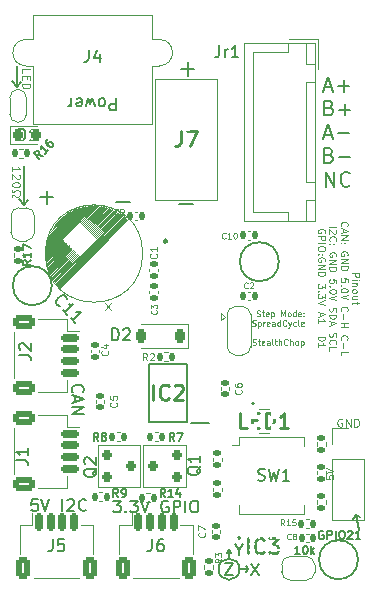
<source format=gbr>
%TF.GenerationSoftware,KiCad,Pcbnew,8.0.4*%
%TF.CreationDate,2025-04-14T17:42:23-04:00*%
%TF.ProjectId,Daisy_Board_Stepper,44616973-795f-4426-9f61-72645f537465,rev?*%
%TF.SameCoordinates,Original*%
%TF.FileFunction,Legend,Top*%
%TF.FilePolarity,Positive*%
%FSLAX46Y46*%
G04 Gerber Fmt 4.6, Leading zero omitted, Abs format (unit mm)*
G04 Created by KiCad (PCBNEW 8.0.4) date 2025-04-14 17:42:23*
%MOMM*%
%LPD*%
G01*
G04 APERTURE LIST*
G04 Aperture macros list*
%AMRoundRect*
0 Rectangle with rounded corners*
0 $1 Rounding radius*
0 $2 $3 $4 $5 $6 $7 $8 $9 X,Y pos of 4 corners*
0 Add a 4 corners polygon primitive as box body*
4,1,4,$2,$3,$4,$5,$6,$7,$8,$9,$2,$3,0*
0 Add four circle primitives for the rounded corners*
1,1,$1+$1,$2,$3*
1,1,$1+$1,$4,$5*
1,1,$1+$1,$6,$7*
1,1,$1+$1,$8,$9*
0 Add four rect primitives between the rounded corners*
20,1,$1+$1,$2,$3,$4,$5,0*
20,1,$1+$1,$4,$5,$6,$7,0*
20,1,$1+$1,$6,$7,$8,$9,0*
20,1,$1+$1,$8,$9,$2,$3,0*%
%AMRotRect*
0 Rectangle, with rotation*
0 The origin of the aperture is its center*
0 $1 length*
0 $2 width*
0 $3 Rotation angle, in degrees counterclockwise*
0 Add horizontal line*
21,1,$1,$2,0,0,$3*%
%AMFreePoly0*
4,1,19,0.500000,-0.750000,0.000000,-0.750000,0.000000,-0.744911,-0.071157,-0.744911,-0.207708,-0.704816,-0.327430,-0.627875,-0.420627,-0.520320,-0.479746,-0.390866,-0.500000,-0.250000,-0.500000,0.250000,-0.479746,0.390866,-0.420627,0.520320,-0.327430,0.627875,-0.207708,0.704816,-0.071157,0.744911,0.000000,0.744911,0.000000,0.750000,0.500000,0.750000,0.500000,-0.750000,0.500000,-0.750000,
$1*%
%AMFreePoly1*
4,1,19,0.000000,0.744911,0.071157,0.744911,0.207708,0.704816,0.327430,0.627875,0.420627,0.520320,0.479746,0.390866,0.500000,0.250000,0.500000,-0.250000,0.479746,-0.390866,0.420627,-0.520320,0.327430,-0.627875,0.207708,-0.704816,0.071157,-0.744911,0.000000,-0.744911,0.000000,-0.750000,-0.500000,-0.750000,-0.500000,0.750000,0.000000,0.750000,0.000000,0.744911,0.000000,0.744911,
$1*%
%AMFreePoly2*
4,1,19,0.550000,-0.750000,0.000000,-0.750000,0.000000,-0.744911,-0.071157,-0.744911,-0.207708,-0.704816,-0.327430,-0.627875,-0.420627,-0.520320,-0.479746,-0.390866,-0.500000,-0.250000,-0.500000,0.250000,-0.479746,0.390866,-0.420627,0.520320,-0.327430,0.627875,-0.207708,0.704816,-0.071157,0.744911,0.000000,0.744911,0.000000,0.750000,0.550000,0.750000,0.550000,-0.750000,0.550000,-0.750000,
$1*%
%AMFreePoly3*
4,1,19,0.000000,0.744911,0.071157,0.744911,0.207708,0.704816,0.327430,0.627875,0.420627,0.520320,0.479746,0.390866,0.500000,0.250000,0.500000,-0.250000,0.479746,-0.390866,0.420627,-0.520320,0.327430,-0.627875,0.207708,-0.704816,0.071157,-0.744911,0.000000,-0.744911,0.000000,-0.750000,-0.550000,-0.750000,-0.550000,0.750000,0.000000,0.750000,0.000000,0.744911,0.000000,0.744911,
$1*%
G04 Aperture macros list end*
%ADD10C,0.150000*%
%ADD11C,0.175000*%
%ADD12C,0.100000*%
%ADD13C,0.110000*%
%ADD14C,0.120000*%
%ADD15C,0.254000*%
%ADD16C,0.200000*%
%ADD17C,0.250000*%
%ADD18C,1.400000*%
%ADD19R,3.500000X3.500000*%
%ADD20C,3.500000*%
%ADD21RoundRect,0.135000X-0.185000X0.135000X-0.185000X-0.135000X0.185000X-0.135000X0.185000X0.135000X0*%
%ADD22RoundRect,0.150000X-0.150000X-0.625000X0.150000X-0.625000X0.150000X0.625000X-0.150000X0.625000X0*%
%ADD23RoundRect,0.250000X-0.350000X-0.650000X0.350000X-0.650000X0.350000X0.650000X-0.350000X0.650000X0*%
%ADD24RoundRect,0.135000X0.135000X0.185000X-0.135000X0.185000X-0.135000X-0.185000X0.135000X-0.185000X0*%
%ADD25RoundRect,0.135000X0.185000X-0.135000X0.185000X0.135000X-0.185000X0.135000X-0.185000X-0.135000X0*%
%ADD26R,1.700000X1.700000*%
%ADD27O,1.700000X1.700000*%
%ADD28RoundRect,0.200000X-0.250000X-0.200000X0.250000X-0.200000X0.250000X0.200000X-0.250000X0.200000X0*%
%ADD29R,1.016000X0.758000*%
%ADD30R,0.475000X0.250000*%
%ADD31R,0.250000X0.475000*%
%ADD32RoundRect,0.135000X-0.135000X-0.185000X0.135000X-0.185000X0.135000X0.185000X-0.135000X0.185000X0*%
%ADD33RoundRect,0.150000X-0.625000X0.150000X-0.625000X-0.150000X0.625000X-0.150000X0.625000X0.150000X0*%
%ADD34RoundRect,0.250000X-0.650000X0.350000X-0.650000X-0.350000X0.650000X-0.350000X0.650000X0.350000X0*%
%ADD35RoundRect,0.140000X-0.170000X0.140000X-0.170000X-0.140000X0.170000X-0.140000X0.170000X0.140000X0*%
%ADD36RoundRect,0.218750X-0.218750X-0.256250X0.218750X-0.256250X0.218750X0.256250X-0.218750X0.256250X0*%
%ADD37C,3.600000*%
%ADD38RoundRect,0.200000X0.250000X0.200000X-0.250000X0.200000X-0.250000X-0.200000X0.250000X-0.200000X0*%
%ADD39R,1.500000X0.650000*%
%ADD40RoundRect,0.140000X0.170000X-0.140000X0.170000X0.140000X-0.170000X0.140000X-0.170000X-0.140000X0*%
%ADD41RoundRect,0.140000X-0.140000X-0.170000X0.140000X-0.170000X0.140000X0.170000X-0.140000X0.170000X0*%
%ADD42R,1.750000X1.750000*%
%ADD43C,1.750000*%
%ADD44FreePoly0,90.000000*%
%ADD45FreePoly1,90.000000*%
%ADD46RoundRect,0.140000X0.140000X0.170000X-0.140000X0.170000X-0.140000X-0.170000X0.140000X-0.170000X0*%
%ADD47FreePoly2,270.000000*%
%ADD48R,1.500000X1.000000*%
%ADD49FreePoly3,270.000000*%
%ADD50R,0.800000X0.300000*%
%ADD51R,0.300000X0.800000*%
%ADD52R,3.800000X3.800000*%
%ADD53FreePoly0,180.000000*%
%ADD54FreePoly1,180.000000*%
%ADD55R,1.600000X0.760000*%
%ADD56R,0.700000X0.700000*%
%ADD57RoundRect,0.225000X0.225000X0.375000X-0.225000X0.375000X-0.225000X-0.375000X0.225000X-0.375000X0*%
%ADD58RotRect,1.600000X1.600000X135.000000*%
%ADD59C,1.600000*%
G04 APERTURE END LIST*
D10*
X77978000Y-58521600D02*
X77597000Y-58064400D01*
X106670755Y-94755821D02*
X106455230Y-95150953D01*
X78943200Y-68072000D02*
X78562200Y-68503800D01*
X106878418Y-98559750D02*
G75*
G02*
X103578418Y-98559750I-1650000J0D01*
G01*
X103578418Y-98559750D02*
G75*
G02*
X106878418Y-98559750I1650000J0D01*
G01*
X96850200Y-99364800D02*
G75*
G02*
X95072200Y-99364800I-889000J0D01*
G01*
X95072200Y-99364800D02*
G75*
G02*
X96850200Y-99364800I889000J0D01*
G01*
X78359000Y-58089800D02*
X77978000Y-58521600D01*
X78181200Y-68046600D02*
X78562200Y-68503800D01*
X96850200Y-99364800D02*
X97536000Y-99364800D01*
X78562200Y-65227200D02*
X78562200Y-68503800D01*
X100177600Y-73329800D02*
G75*
G02*
X96877600Y-73329800I-1650000J0D01*
G01*
X96877600Y-73329800D02*
G75*
G02*
X100177600Y-73329800I1650000J0D01*
G01*
X77978000Y-56794400D02*
X77978000Y-58521600D01*
X95961200Y-97739200D02*
X95758000Y-97967800D01*
X106994045Y-96048978D02*
X106670755Y-94755821D01*
X97536000Y-99364800D02*
X97358200Y-99110800D01*
X95961200Y-97739200D02*
X96164400Y-97967800D01*
X80952000Y-75361800D02*
G75*
G02*
X77652000Y-75361800I-1650000J0D01*
G01*
X77652000Y-75361800D02*
G75*
G02*
X80952000Y-75361800I1650000J0D01*
G01*
X78562200Y-68503800D02*
X78181200Y-68046600D01*
X95961200Y-98475800D02*
X95961200Y-97739200D01*
X106670755Y-94755821D02*
X107083848Y-94953387D01*
X97536000Y-99364800D02*
X97358200Y-99593400D01*
D11*
X101943664Y-98076233D02*
X101543664Y-98076233D01*
X101743664Y-98076233D02*
X101743664Y-97376233D01*
X101743664Y-97376233D02*
X101676997Y-97476233D01*
X101676997Y-97476233D02*
X101610331Y-97542900D01*
X101610331Y-97542900D02*
X101543664Y-97576233D01*
X102376998Y-97376233D02*
X102443664Y-97376233D01*
X102443664Y-97376233D02*
X102510331Y-97409566D01*
X102510331Y-97409566D02*
X102543664Y-97442900D01*
X102543664Y-97442900D02*
X102576998Y-97509566D01*
X102576998Y-97509566D02*
X102610331Y-97642900D01*
X102610331Y-97642900D02*
X102610331Y-97809566D01*
X102610331Y-97809566D02*
X102576998Y-97942900D01*
X102576998Y-97942900D02*
X102543664Y-98009566D01*
X102543664Y-98009566D02*
X102510331Y-98042900D01*
X102510331Y-98042900D02*
X102443664Y-98076233D01*
X102443664Y-98076233D02*
X102376998Y-98076233D01*
X102376998Y-98076233D02*
X102310331Y-98042900D01*
X102310331Y-98042900D02*
X102276998Y-98009566D01*
X102276998Y-98009566D02*
X102243664Y-97942900D01*
X102243664Y-97942900D02*
X102210331Y-97809566D01*
X102210331Y-97809566D02*
X102210331Y-97642900D01*
X102210331Y-97642900D02*
X102243664Y-97509566D01*
X102243664Y-97509566D02*
X102276998Y-97442900D01*
X102276998Y-97442900D02*
X102310331Y-97409566D01*
X102310331Y-97409566D02*
X102376998Y-97376233D01*
X102910331Y-98076233D02*
X102910331Y-97376233D01*
X102976998Y-97809566D02*
X103176998Y-98076233D01*
X103176998Y-97609566D02*
X102910331Y-97876233D01*
D10*
X97853741Y-98895019D02*
X98520407Y-99895019D01*
X98520407Y-98895019D02*
X97853741Y-99895019D01*
X91757571Y-68466100D02*
X92900429Y-68466100D01*
X86392190Y-59496180D02*
X86392190Y-60496180D01*
X86392190Y-60496180D02*
X86011238Y-60496180D01*
X86011238Y-60496180D02*
X85916000Y-60448561D01*
X85916000Y-60448561D02*
X85868381Y-60400942D01*
X85868381Y-60400942D02*
X85820762Y-60305704D01*
X85820762Y-60305704D02*
X85820762Y-60162847D01*
X85820762Y-60162847D02*
X85868381Y-60067609D01*
X85868381Y-60067609D02*
X85916000Y-60019990D01*
X85916000Y-60019990D02*
X86011238Y-59972371D01*
X86011238Y-59972371D02*
X86392190Y-59972371D01*
X85249333Y-59496180D02*
X85344571Y-59543800D01*
X85344571Y-59543800D02*
X85392190Y-59591419D01*
X85392190Y-59591419D02*
X85439809Y-59686657D01*
X85439809Y-59686657D02*
X85439809Y-59972371D01*
X85439809Y-59972371D02*
X85392190Y-60067609D01*
X85392190Y-60067609D02*
X85344571Y-60115228D01*
X85344571Y-60115228D02*
X85249333Y-60162847D01*
X85249333Y-60162847D02*
X85106476Y-60162847D01*
X85106476Y-60162847D02*
X85011238Y-60115228D01*
X85011238Y-60115228D02*
X84963619Y-60067609D01*
X84963619Y-60067609D02*
X84916000Y-59972371D01*
X84916000Y-59972371D02*
X84916000Y-59686657D01*
X84916000Y-59686657D02*
X84963619Y-59591419D01*
X84963619Y-59591419D02*
X85011238Y-59543800D01*
X85011238Y-59543800D02*
X85106476Y-59496180D01*
X85106476Y-59496180D02*
X85249333Y-59496180D01*
X84582666Y-60162847D02*
X84392190Y-59496180D01*
X84392190Y-59496180D02*
X84201714Y-59972371D01*
X84201714Y-59972371D02*
X84011238Y-59496180D01*
X84011238Y-59496180D02*
X83820762Y-60162847D01*
X83058857Y-59543800D02*
X83154095Y-59496180D01*
X83154095Y-59496180D02*
X83344571Y-59496180D01*
X83344571Y-59496180D02*
X83439809Y-59543800D01*
X83439809Y-59543800D02*
X83487428Y-59639038D01*
X83487428Y-59639038D02*
X83487428Y-60019990D01*
X83487428Y-60019990D02*
X83439809Y-60115228D01*
X83439809Y-60115228D02*
X83344571Y-60162847D01*
X83344571Y-60162847D02*
X83154095Y-60162847D01*
X83154095Y-60162847D02*
X83058857Y-60115228D01*
X83058857Y-60115228D02*
X83011238Y-60019990D01*
X83011238Y-60019990D02*
X83011238Y-59924752D01*
X83011238Y-59924752D02*
X83487428Y-59829514D01*
X82582666Y-59496180D02*
X82582666Y-60162847D01*
X82582666Y-59972371D02*
X82535047Y-60067609D01*
X82535047Y-60067609D02*
X82487428Y-60115228D01*
X82487428Y-60115228D02*
X82392190Y-60162847D01*
X82392190Y-60162847D02*
X82296952Y-60162847D01*
X86170000Y-93561819D02*
X86789047Y-93561819D01*
X86789047Y-93561819D02*
X86455714Y-93942771D01*
X86455714Y-93942771D02*
X86598571Y-93942771D01*
X86598571Y-93942771D02*
X86693809Y-93990390D01*
X86693809Y-93990390D02*
X86741428Y-94038009D01*
X86741428Y-94038009D02*
X86789047Y-94133247D01*
X86789047Y-94133247D02*
X86789047Y-94371342D01*
X86789047Y-94371342D02*
X86741428Y-94466580D01*
X86741428Y-94466580D02*
X86693809Y-94514200D01*
X86693809Y-94514200D02*
X86598571Y-94561819D01*
X86598571Y-94561819D02*
X86312857Y-94561819D01*
X86312857Y-94561819D02*
X86217619Y-94514200D01*
X86217619Y-94514200D02*
X86170000Y-94466580D01*
X87217619Y-94466580D02*
X87265238Y-94514200D01*
X87265238Y-94514200D02*
X87217619Y-94561819D01*
X87217619Y-94561819D02*
X87170000Y-94514200D01*
X87170000Y-94514200D02*
X87217619Y-94466580D01*
X87217619Y-94466580D02*
X87217619Y-94561819D01*
X87598571Y-93561819D02*
X88217618Y-93561819D01*
X88217618Y-93561819D02*
X87884285Y-93942771D01*
X87884285Y-93942771D02*
X88027142Y-93942771D01*
X88027142Y-93942771D02*
X88122380Y-93990390D01*
X88122380Y-93990390D02*
X88169999Y-94038009D01*
X88169999Y-94038009D02*
X88217618Y-94133247D01*
X88217618Y-94133247D02*
X88217618Y-94371342D01*
X88217618Y-94371342D02*
X88169999Y-94466580D01*
X88169999Y-94466580D02*
X88122380Y-94514200D01*
X88122380Y-94514200D02*
X88027142Y-94561819D01*
X88027142Y-94561819D02*
X87741428Y-94561819D01*
X87741428Y-94561819D02*
X87646190Y-94514200D01*
X87646190Y-94514200D02*
X87598571Y-94466580D01*
X88503333Y-93561819D02*
X88836666Y-94561819D01*
X88836666Y-94561819D02*
X89169999Y-93561819D01*
X90789047Y-93609438D02*
X90693809Y-93561819D01*
X90693809Y-93561819D02*
X90550952Y-93561819D01*
X90550952Y-93561819D02*
X90408095Y-93609438D01*
X90408095Y-93609438D02*
X90312857Y-93704676D01*
X90312857Y-93704676D02*
X90265238Y-93799914D01*
X90265238Y-93799914D02*
X90217619Y-93990390D01*
X90217619Y-93990390D02*
X90217619Y-94133247D01*
X90217619Y-94133247D02*
X90265238Y-94323723D01*
X90265238Y-94323723D02*
X90312857Y-94418961D01*
X90312857Y-94418961D02*
X90408095Y-94514200D01*
X90408095Y-94514200D02*
X90550952Y-94561819D01*
X90550952Y-94561819D02*
X90646190Y-94561819D01*
X90646190Y-94561819D02*
X90789047Y-94514200D01*
X90789047Y-94514200D02*
X90836666Y-94466580D01*
X90836666Y-94466580D02*
X90836666Y-94133247D01*
X90836666Y-94133247D02*
X90646190Y-94133247D01*
X91265238Y-94561819D02*
X91265238Y-93561819D01*
X91265238Y-93561819D02*
X91646190Y-93561819D01*
X91646190Y-93561819D02*
X91741428Y-93609438D01*
X91741428Y-93609438D02*
X91789047Y-93657057D01*
X91789047Y-93657057D02*
X91836666Y-93752295D01*
X91836666Y-93752295D02*
X91836666Y-93895152D01*
X91836666Y-93895152D02*
X91789047Y-93990390D01*
X91789047Y-93990390D02*
X91741428Y-94038009D01*
X91741428Y-94038009D02*
X91646190Y-94085628D01*
X91646190Y-94085628D02*
X91265238Y-94085628D01*
X92265238Y-94561819D02*
X92265238Y-93561819D01*
X92931904Y-93561819D02*
X93122380Y-93561819D01*
X93122380Y-93561819D02*
X93217618Y-93609438D01*
X93217618Y-93609438D02*
X93312856Y-93704676D01*
X93312856Y-93704676D02*
X93360475Y-93895152D01*
X93360475Y-93895152D02*
X93360475Y-94228485D01*
X93360475Y-94228485D02*
X93312856Y-94418961D01*
X93312856Y-94418961D02*
X93217618Y-94514200D01*
X93217618Y-94514200D02*
X93122380Y-94561819D01*
X93122380Y-94561819D02*
X92931904Y-94561819D01*
X92931904Y-94561819D02*
X92836666Y-94514200D01*
X92836666Y-94514200D02*
X92741428Y-94418961D01*
X92741428Y-94418961D02*
X92693809Y-94228485D01*
X92693809Y-94228485D02*
X92693809Y-93895152D01*
X92693809Y-93895152D02*
X92741428Y-93704676D01*
X92741428Y-93704676D02*
X92836666Y-93609438D01*
X92836666Y-93609438D02*
X92931904Y-93561819D01*
D12*
X104193371Y-91427285D02*
X104193371Y-91712999D01*
X104193371Y-91712999D02*
X104479085Y-91741571D01*
X104479085Y-91741571D02*
X104450514Y-91712999D01*
X104450514Y-91712999D02*
X104421942Y-91655857D01*
X104421942Y-91655857D02*
X104421942Y-91512999D01*
X104421942Y-91512999D02*
X104450514Y-91455857D01*
X104450514Y-91455857D02*
X104479085Y-91427285D01*
X104479085Y-91427285D02*
X104536228Y-91398714D01*
X104536228Y-91398714D02*
X104679085Y-91398714D01*
X104679085Y-91398714D02*
X104736228Y-91427285D01*
X104736228Y-91427285D02*
X104764800Y-91455857D01*
X104764800Y-91455857D02*
X104793371Y-91512999D01*
X104793371Y-91512999D02*
X104793371Y-91655857D01*
X104793371Y-91655857D02*
X104764800Y-91712999D01*
X104764800Y-91712999D02*
X104736228Y-91741571D01*
X104193371Y-91227285D02*
X104793371Y-91027285D01*
X104793371Y-91027285D02*
X104193371Y-90827285D01*
D10*
X91884571Y-57010700D02*
X93027429Y-57010700D01*
X92456000Y-57582128D02*
X92456000Y-56439271D01*
D11*
X103950264Y-96139566D02*
X103883597Y-96106233D01*
X103883597Y-96106233D02*
X103783597Y-96106233D01*
X103783597Y-96106233D02*
X103683597Y-96139566D01*
X103683597Y-96139566D02*
X103616931Y-96206233D01*
X103616931Y-96206233D02*
X103583597Y-96272900D01*
X103583597Y-96272900D02*
X103550264Y-96406233D01*
X103550264Y-96406233D02*
X103550264Y-96506233D01*
X103550264Y-96506233D02*
X103583597Y-96639566D01*
X103583597Y-96639566D02*
X103616931Y-96706233D01*
X103616931Y-96706233D02*
X103683597Y-96772900D01*
X103683597Y-96772900D02*
X103783597Y-96806233D01*
X103783597Y-96806233D02*
X103850264Y-96806233D01*
X103850264Y-96806233D02*
X103950264Y-96772900D01*
X103950264Y-96772900D02*
X103983597Y-96739566D01*
X103983597Y-96739566D02*
X103983597Y-96506233D01*
X103983597Y-96506233D02*
X103850264Y-96506233D01*
X104283597Y-96806233D02*
X104283597Y-96106233D01*
X104283597Y-96106233D02*
X104550264Y-96106233D01*
X104550264Y-96106233D02*
X104616931Y-96139566D01*
X104616931Y-96139566D02*
X104650264Y-96172900D01*
X104650264Y-96172900D02*
X104683597Y-96239566D01*
X104683597Y-96239566D02*
X104683597Y-96339566D01*
X104683597Y-96339566D02*
X104650264Y-96406233D01*
X104650264Y-96406233D02*
X104616931Y-96439566D01*
X104616931Y-96439566D02*
X104550264Y-96472900D01*
X104550264Y-96472900D02*
X104283597Y-96472900D01*
X104983597Y-96806233D02*
X104983597Y-96106233D01*
X105450264Y-96106233D02*
X105583597Y-96106233D01*
X105583597Y-96106233D02*
X105650264Y-96139566D01*
X105650264Y-96139566D02*
X105716930Y-96206233D01*
X105716930Y-96206233D02*
X105750264Y-96339566D01*
X105750264Y-96339566D02*
X105750264Y-96572900D01*
X105750264Y-96572900D02*
X105716930Y-96706233D01*
X105716930Y-96706233D02*
X105650264Y-96772900D01*
X105650264Y-96772900D02*
X105583597Y-96806233D01*
X105583597Y-96806233D02*
X105450264Y-96806233D01*
X105450264Y-96806233D02*
X105383597Y-96772900D01*
X105383597Y-96772900D02*
X105316930Y-96706233D01*
X105316930Y-96706233D02*
X105283597Y-96572900D01*
X105283597Y-96572900D02*
X105283597Y-96339566D01*
X105283597Y-96339566D02*
X105316930Y-96206233D01*
X105316930Y-96206233D02*
X105383597Y-96139566D01*
X105383597Y-96139566D02*
X105450264Y-96106233D01*
X106016930Y-96172900D02*
X106050263Y-96139566D01*
X106050263Y-96139566D02*
X106116930Y-96106233D01*
X106116930Y-96106233D02*
X106283597Y-96106233D01*
X106283597Y-96106233D02*
X106350263Y-96139566D01*
X106350263Y-96139566D02*
X106383597Y-96172900D01*
X106383597Y-96172900D02*
X106416930Y-96239566D01*
X106416930Y-96239566D02*
X106416930Y-96306233D01*
X106416930Y-96306233D02*
X106383597Y-96406233D01*
X106383597Y-96406233D02*
X105983597Y-96806233D01*
X105983597Y-96806233D02*
X106416930Y-96806233D01*
X107083597Y-96806233D02*
X106683597Y-96806233D01*
X106883597Y-96806233D02*
X106883597Y-96106233D01*
X106883597Y-96106233D02*
X106816930Y-96206233D01*
X106816930Y-96206233D02*
X106750264Y-96272900D01*
X106750264Y-96272900D02*
X106683597Y-96306233D01*
D10*
X82749219Y-84370942D02*
X82701600Y-84323323D01*
X82701600Y-84323323D02*
X82653980Y-84180466D01*
X82653980Y-84180466D02*
X82653980Y-84085228D01*
X82653980Y-84085228D02*
X82701600Y-83942371D01*
X82701600Y-83942371D02*
X82796838Y-83847133D01*
X82796838Y-83847133D02*
X82892076Y-83799514D01*
X82892076Y-83799514D02*
X83082552Y-83751895D01*
X83082552Y-83751895D02*
X83225409Y-83751895D01*
X83225409Y-83751895D02*
X83415885Y-83799514D01*
X83415885Y-83799514D02*
X83511123Y-83847133D01*
X83511123Y-83847133D02*
X83606361Y-83942371D01*
X83606361Y-83942371D02*
X83653980Y-84085228D01*
X83653980Y-84085228D02*
X83653980Y-84180466D01*
X83653980Y-84180466D02*
X83606361Y-84323323D01*
X83606361Y-84323323D02*
X83558742Y-84370942D01*
X82939695Y-84751895D02*
X82939695Y-85228085D01*
X82653980Y-84656657D02*
X83653980Y-84989990D01*
X83653980Y-84989990D02*
X82653980Y-85323323D01*
X82653980Y-85656657D02*
X83653980Y-85656657D01*
X83653980Y-85656657D02*
X82653980Y-86228085D01*
X82653980Y-86228085D02*
X83653980Y-86228085D01*
X79748333Y-93434819D02*
X79272143Y-93434819D01*
X79272143Y-93434819D02*
X79224524Y-93911009D01*
X79224524Y-93911009D02*
X79272143Y-93863390D01*
X79272143Y-93863390D02*
X79367381Y-93815771D01*
X79367381Y-93815771D02*
X79605476Y-93815771D01*
X79605476Y-93815771D02*
X79700714Y-93863390D01*
X79700714Y-93863390D02*
X79748333Y-93911009D01*
X79748333Y-93911009D02*
X79795952Y-94006247D01*
X79795952Y-94006247D02*
X79795952Y-94244342D01*
X79795952Y-94244342D02*
X79748333Y-94339580D01*
X79748333Y-94339580D02*
X79700714Y-94387200D01*
X79700714Y-94387200D02*
X79605476Y-94434819D01*
X79605476Y-94434819D02*
X79367381Y-94434819D01*
X79367381Y-94434819D02*
X79272143Y-94387200D01*
X79272143Y-94387200D02*
X79224524Y-94339580D01*
X80081667Y-93434819D02*
X80415000Y-94434819D01*
X80415000Y-94434819D02*
X80748333Y-93434819D01*
X81843572Y-94434819D02*
X81843572Y-93434819D01*
X82272143Y-93530057D02*
X82319762Y-93482438D01*
X82319762Y-93482438D02*
X82415000Y-93434819D01*
X82415000Y-93434819D02*
X82653095Y-93434819D01*
X82653095Y-93434819D02*
X82748333Y-93482438D01*
X82748333Y-93482438D02*
X82795952Y-93530057D01*
X82795952Y-93530057D02*
X82843571Y-93625295D01*
X82843571Y-93625295D02*
X82843571Y-93720533D01*
X82843571Y-93720533D02*
X82795952Y-93863390D01*
X82795952Y-93863390D02*
X82224524Y-94434819D01*
X82224524Y-94434819D02*
X82843571Y-94434819D01*
X83843571Y-94339580D02*
X83795952Y-94387200D01*
X83795952Y-94387200D02*
X83653095Y-94434819D01*
X83653095Y-94434819D02*
X83557857Y-94434819D01*
X83557857Y-94434819D02*
X83415000Y-94387200D01*
X83415000Y-94387200D02*
X83319762Y-94291961D01*
X83319762Y-94291961D02*
X83272143Y-94196723D01*
X83272143Y-94196723D02*
X83224524Y-94006247D01*
X83224524Y-94006247D02*
X83224524Y-93863390D01*
X83224524Y-93863390D02*
X83272143Y-93672914D01*
X83272143Y-93672914D02*
X83319762Y-93577676D01*
X83319762Y-93577676D02*
X83415000Y-93482438D01*
X83415000Y-93482438D02*
X83557857Y-93434819D01*
X83557857Y-93434819D02*
X83653095Y-93434819D01*
X83653095Y-93434819D02*
X83795952Y-93482438D01*
X83795952Y-93482438D02*
X83843571Y-93530057D01*
D13*
X106380446Y-74279286D02*
X106980446Y-74279286D01*
X106980446Y-74279286D02*
X106980446Y-74507857D01*
X106980446Y-74507857D02*
X106951875Y-74565000D01*
X106951875Y-74565000D02*
X106923303Y-74593571D01*
X106923303Y-74593571D02*
X106866160Y-74622143D01*
X106866160Y-74622143D02*
X106780446Y-74622143D01*
X106780446Y-74622143D02*
X106723303Y-74593571D01*
X106723303Y-74593571D02*
X106694732Y-74565000D01*
X106694732Y-74565000D02*
X106666160Y-74507857D01*
X106666160Y-74507857D02*
X106666160Y-74279286D01*
X106380446Y-74879286D02*
X106780446Y-74879286D01*
X106980446Y-74879286D02*
X106951875Y-74850714D01*
X106951875Y-74850714D02*
X106923303Y-74879286D01*
X106923303Y-74879286D02*
X106951875Y-74907857D01*
X106951875Y-74907857D02*
X106980446Y-74879286D01*
X106980446Y-74879286D02*
X106923303Y-74879286D01*
X106780446Y-75165000D02*
X106380446Y-75165000D01*
X106723303Y-75165000D02*
X106751875Y-75193571D01*
X106751875Y-75193571D02*
X106780446Y-75250714D01*
X106780446Y-75250714D02*
X106780446Y-75336428D01*
X106780446Y-75336428D02*
X106751875Y-75393571D01*
X106751875Y-75393571D02*
X106694732Y-75422143D01*
X106694732Y-75422143D02*
X106380446Y-75422143D01*
X106380446Y-75793571D02*
X106409018Y-75736428D01*
X106409018Y-75736428D02*
X106437589Y-75707857D01*
X106437589Y-75707857D02*
X106494732Y-75679285D01*
X106494732Y-75679285D02*
X106666160Y-75679285D01*
X106666160Y-75679285D02*
X106723303Y-75707857D01*
X106723303Y-75707857D02*
X106751875Y-75736428D01*
X106751875Y-75736428D02*
X106780446Y-75793571D01*
X106780446Y-75793571D02*
X106780446Y-75879285D01*
X106780446Y-75879285D02*
X106751875Y-75936428D01*
X106751875Y-75936428D02*
X106723303Y-75965000D01*
X106723303Y-75965000D02*
X106666160Y-75993571D01*
X106666160Y-75993571D02*
X106494732Y-75993571D01*
X106494732Y-75993571D02*
X106437589Y-75965000D01*
X106437589Y-75965000D02*
X106409018Y-75936428D01*
X106409018Y-75936428D02*
X106380446Y-75879285D01*
X106380446Y-75879285D02*
X106380446Y-75793571D01*
X106780446Y-76507857D02*
X106380446Y-76507857D01*
X106780446Y-76250714D02*
X106466160Y-76250714D01*
X106466160Y-76250714D02*
X106409018Y-76279285D01*
X106409018Y-76279285D02*
X106380446Y-76336428D01*
X106380446Y-76336428D02*
X106380446Y-76422142D01*
X106380446Y-76422142D02*
X106409018Y-76479285D01*
X106409018Y-76479285D02*
X106437589Y-76507857D01*
X106780446Y-76707856D02*
X106780446Y-76936428D01*
X106980446Y-76793571D02*
X106466160Y-76793571D01*
X106466160Y-76793571D02*
X106409018Y-76822142D01*
X106409018Y-76822142D02*
X106380446Y-76879285D01*
X106380446Y-76879285D02*
X106380446Y-76936428D01*
X105471623Y-70336429D02*
X105443052Y-70307857D01*
X105443052Y-70307857D02*
X105414480Y-70222143D01*
X105414480Y-70222143D02*
X105414480Y-70165000D01*
X105414480Y-70165000D02*
X105443052Y-70079286D01*
X105443052Y-70079286D02*
X105500194Y-70022143D01*
X105500194Y-70022143D02*
X105557337Y-69993572D01*
X105557337Y-69993572D02*
X105671623Y-69965000D01*
X105671623Y-69965000D02*
X105757337Y-69965000D01*
X105757337Y-69965000D02*
X105871623Y-69993572D01*
X105871623Y-69993572D02*
X105928766Y-70022143D01*
X105928766Y-70022143D02*
X105985909Y-70079286D01*
X105985909Y-70079286D02*
X106014480Y-70165000D01*
X106014480Y-70165000D02*
X106014480Y-70222143D01*
X106014480Y-70222143D02*
X105985909Y-70307857D01*
X105985909Y-70307857D02*
X105957337Y-70336429D01*
X105585909Y-70565000D02*
X105585909Y-70850715D01*
X105414480Y-70507857D02*
X106014480Y-70707857D01*
X106014480Y-70707857D02*
X105414480Y-70907857D01*
X105414480Y-71107858D02*
X106014480Y-71107858D01*
X106014480Y-71107858D02*
X105414480Y-71450715D01*
X105414480Y-71450715D02*
X106014480Y-71450715D01*
X105471623Y-71736429D02*
X105443052Y-71765000D01*
X105443052Y-71765000D02*
X105414480Y-71736429D01*
X105414480Y-71736429D02*
X105443052Y-71707857D01*
X105443052Y-71707857D02*
X105471623Y-71736429D01*
X105471623Y-71736429D02*
X105414480Y-71736429D01*
X105785909Y-71736429D02*
X105757337Y-71765000D01*
X105757337Y-71765000D02*
X105728766Y-71736429D01*
X105728766Y-71736429D02*
X105757337Y-71707857D01*
X105757337Y-71707857D02*
X105785909Y-71736429D01*
X105785909Y-71736429D02*
X105728766Y-71736429D01*
X105985909Y-72793571D02*
X106014480Y-72736429D01*
X106014480Y-72736429D02*
X106014480Y-72650714D01*
X106014480Y-72650714D02*
X105985909Y-72565000D01*
X105985909Y-72565000D02*
X105928766Y-72507857D01*
X105928766Y-72507857D02*
X105871623Y-72479286D01*
X105871623Y-72479286D02*
X105757337Y-72450714D01*
X105757337Y-72450714D02*
X105671623Y-72450714D01*
X105671623Y-72450714D02*
X105557337Y-72479286D01*
X105557337Y-72479286D02*
X105500194Y-72507857D01*
X105500194Y-72507857D02*
X105443052Y-72565000D01*
X105443052Y-72565000D02*
X105414480Y-72650714D01*
X105414480Y-72650714D02*
X105414480Y-72707857D01*
X105414480Y-72707857D02*
X105443052Y-72793571D01*
X105443052Y-72793571D02*
X105471623Y-72822143D01*
X105471623Y-72822143D02*
X105671623Y-72822143D01*
X105671623Y-72822143D02*
X105671623Y-72707857D01*
X105414480Y-73079286D02*
X106014480Y-73079286D01*
X106014480Y-73079286D02*
X105414480Y-73422143D01*
X105414480Y-73422143D02*
X106014480Y-73422143D01*
X105414480Y-73707857D02*
X106014480Y-73707857D01*
X106014480Y-73707857D02*
X106014480Y-73850714D01*
X106014480Y-73850714D02*
X105985909Y-73936428D01*
X105985909Y-73936428D02*
X105928766Y-73993571D01*
X105928766Y-73993571D02*
X105871623Y-74022142D01*
X105871623Y-74022142D02*
X105757337Y-74050714D01*
X105757337Y-74050714D02*
X105671623Y-74050714D01*
X105671623Y-74050714D02*
X105557337Y-74022142D01*
X105557337Y-74022142D02*
X105500194Y-73993571D01*
X105500194Y-73993571D02*
X105443052Y-73936428D01*
X105443052Y-73936428D02*
X105414480Y-73850714D01*
X105414480Y-73850714D02*
X105414480Y-73707857D01*
X106014480Y-75050714D02*
X106014480Y-74765000D01*
X106014480Y-74765000D02*
X105728766Y-74736428D01*
X105728766Y-74736428D02*
X105757337Y-74765000D01*
X105757337Y-74765000D02*
X105785909Y-74822143D01*
X105785909Y-74822143D02*
X105785909Y-74965000D01*
X105785909Y-74965000D02*
X105757337Y-75022143D01*
X105757337Y-75022143D02*
X105728766Y-75050714D01*
X105728766Y-75050714D02*
X105671623Y-75079285D01*
X105671623Y-75079285D02*
X105528766Y-75079285D01*
X105528766Y-75079285D02*
X105471623Y-75050714D01*
X105471623Y-75050714D02*
X105443052Y-75022143D01*
X105443052Y-75022143D02*
X105414480Y-74965000D01*
X105414480Y-74965000D02*
X105414480Y-74822143D01*
X105414480Y-74822143D02*
X105443052Y-74765000D01*
X105443052Y-74765000D02*
X105471623Y-74736428D01*
X105471623Y-75336429D02*
X105443052Y-75365000D01*
X105443052Y-75365000D02*
X105414480Y-75336429D01*
X105414480Y-75336429D02*
X105443052Y-75307857D01*
X105443052Y-75307857D02*
X105471623Y-75336429D01*
X105471623Y-75336429D02*
X105414480Y-75336429D01*
X106014480Y-75736428D02*
X106014480Y-75793571D01*
X106014480Y-75793571D02*
X105985909Y-75850714D01*
X105985909Y-75850714D02*
X105957337Y-75879286D01*
X105957337Y-75879286D02*
X105900194Y-75907857D01*
X105900194Y-75907857D02*
X105785909Y-75936428D01*
X105785909Y-75936428D02*
X105643052Y-75936428D01*
X105643052Y-75936428D02*
X105528766Y-75907857D01*
X105528766Y-75907857D02*
X105471623Y-75879286D01*
X105471623Y-75879286D02*
X105443052Y-75850714D01*
X105443052Y-75850714D02*
X105414480Y-75793571D01*
X105414480Y-75793571D02*
X105414480Y-75736428D01*
X105414480Y-75736428D02*
X105443052Y-75679286D01*
X105443052Y-75679286D02*
X105471623Y-75650714D01*
X105471623Y-75650714D02*
X105528766Y-75622143D01*
X105528766Y-75622143D02*
X105643052Y-75593571D01*
X105643052Y-75593571D02*
X105785909Y-75593571D01*
X105785909Y-75593571D02*
X105900194Y-75622143D01*
X105900194Y-75622143D02*
X105957337Y-75650714D01*
X105957337Y-75650714D02*
X105985909Y-75679286D01*
X105985909Y-75679286D02*
X106014480Y-75736428D01*
X106014480Y-76107857D02*
X105414480Y-76307857D01*
X105414480Y-76307857D02*
X106014480Y-76507857D01*
X105471623Y-77507858D02*
X105443052Y-77479286D01*
X105443052Y-77479286D02*
X105414480Y-77393572D01*
X105414480Y-77393572D02*
X105414480Y-77336429D01*
X105414480Y-77336429D02*
X105443052Y-77250715D01*
X105443052Y-77250715D02*
X105500194Y-77193572D01*
X105500194Y-77193572D02*
X105557337Y-77165001D01*
X105557337Y-77165001D02*
X105671623Y-77136429D01*
X105671623Y-77136429D02*
X105757337Y-77136429D01*
X105757337Y-77136429D02*
X105871623Y-77165001D01*
X105871623Y-77165001D02*
X105928766Y-77193572D01*
X105928766Y-77193572D02*
X105985909Y-77250715D01*
X105985909Y-77250715D02*
X106014480Y-77336429D01*
X106014480Y-77336429D02*
X106014480Y-77393572D01*
X106014480Y-77393572D02*
X105985909Y-77479286D01*
X105985909Y-77479286D02*
X105957337Y-77507858D01*
X105643052Y-77765001D02*
X105643052Y-78222144D01*
X105414480Y-78507858D02*
X106014480Y-78507858D01*
X105728766Y-78507858D02*
X105728766Y-78850715D01*
X105414480Y-78850715D02*
X106014480Y-78850715D01*
X105471623Y-79936429D02*
X105443052Y-79907857D01*
X105443052Y-79907857D02*
X105414480Y-79822143D01*
X105414480Y-79822143D02*
X105414480Y-79765000D01*
X105414480Y-79765000D02*
X105443052Y-79679286D01*
X105443052Y-79679286D02*
X105500194Y-79622143D01*
X105500194Y-79622143D02*
X105557337Y-79593572D01*
X105557337Y-79593572D02*
X105671623Y-79565000D01*
X105671623Y-79565000D02*
X105757337Y-79565000D01*
X105757337Y-79565000D02*
X105871623Y-79593572D01*
X105871623Y-79593572D02*
X105928766Y-79622143D01*
X105928766Y-79622143D02*
X105985909Y-79679286D01*
X105985909Y-79679286D02*
X106014480Y-79765000D01*
X106014480Y-79765000D02*
X106014480Y-79822143D01*
X106014480Y-79822143D02*
X105985909Y-79907857D01*
X105985909Y-79907857D02*
X105957337Y-79936429D01*
X105643052Y-80193572D02*
X105643052Y-80650715D01*
X105414480Y-81222143D02*
X105414480Y-80936429D01*
X105414480Y-80936429D02*
X106014480Y-80936429D01*
X104448514Y-70364999D02*
X105048514Y-70364999D01*
X104991371Y-70622141D02*
X105019943Y-70650713D01*
X105019943Y-70650713D02*
X105048514Y-70707856D01*
X105048514Y-70707856D02*
X105048514Y-70850713D01*
X105048514Y-70850713D02*
X105019943Y-70907856D01*
X105019943Y-70907856D02*
X104991371Y-70936427D01*
X104991371Y-70936427D02*
X104934228Y-70964998D01*
X104934228Y-70964998D02*
X104877086Y-70964998D01*
X104877086Y-70964998D02*
X104791371Y-70936427D01*
X104791371Y-70936427D02*
X104448514Y-70593570D01*
X104448514Y-70593570D02*
X104448514Y-70964998D01*
X104505657Y-71564999D02*
X104477086Y-71536427D01*
X104477086Y-71536427D02*
X104448514Y-71450713D01*
X104448514Y-71450713D02*
X104448514Y-71393570D01*
X104448514Y-71393570D02*
X104477086Y-71307856D01*
X104477086Y-71307856D02*
X104534228Y-71250713D01*
X104534228Y-71250713D02*
X104591371Y-71222142D01*
X104591371Y-71222142D02*
X104705657Y-71193570D01*
X104705657Y-71193570D02*
X104791371Y-71193570D01*
X104791371Y-71193570D02*
X104905657Y-71222142D01*
X104905657Y-71222142D02*
X104962800Y-71250713D01*
X104962800Y-71250713D02*
X105019943Y-71307856D01*
X105019943Y-71307856D02*
X105048514Y-71393570D01*
X105048514Y-71393570D02*
X105048514Y-71450713D01*
X105048514Y-71450713D02*
X105019943Y-71536427D01*
X105019943Y-71536427D02*
X104991371Y-71564999D01*
X104505657Y-71822142D02*
X104477086Y-71850713D01*
X104477086Y-71850713D02*
X104448514Y-71822142D01*
X104448514Y-71822142D02*
X104477086Y-71793570D01*
X104477086Y-71793570D02*
X104505657Y-71822142D01*
X104505657Y-71822142D02*
X104448514Y-71822142D01*
X104819943Y-71822142D02*
X104791371Y-71850713D01*
X104791371Y-71850713D02*
X104762800Y-71822142D01*
X104762800Y-71822142D02*
X104791371Y-71793570D01*
X104791371Y-71793570D02*
X104819943Y-71822142D01*
X104819943Y-71822142D02*
X104762800Y-71822142D01*
X105019943Y-72879284D02*
X105048514Y-72822142D01*
X105048514Y-72822142D02*
X105048514Y-72736427D01*
X105048514Y-72736427D02*
X105019943Y-72650713D01*
X105019943Y-72650713D02*
X104962800Y-72593570D01*
X104962800Y-72593570D02*
X104905657Y-72564999D01*
X104905657Y-72564999D02*
X104791371Y-72536427D01*
X104791371Y-72536427D02*
X104705657Y-72536427D01*
X104705657Y-72536427D02*
X104591371Y-72564999D01*
X104591371Y-72564999D02*
X104534228Y-72593570D01*
X104534228Y-72593570D02*
X104477086Y-72650713D01*
X104477086Y-72650713D02*
X104448514Y-72736427D01*
X104448514Y-72736427D02*
X104448514Y-72793570D01*
X104448514Y-72793570D02*
X104477086Y-72879284D01*
X104477086Y-72879284D02*
X104505657Y-72907856D01*
X104505657Y-72907856D02*
X104705657Y-72907856D01*
X104705657Y-72907856D02*
X104705657Y-72793570D01*
X104448514Y-73164999D02*
X105048514Y-73164999D01*
X105048514Y-73164999D02*
X104448514Y-73507856D01*
X104448514Y-73507856D02*
X105048514Y-73507856D01*
X104448514Y-73793570D02*
X105048514Y-73793570D01*
X105048514Y-73793570D02*
X105048514Y-73936427D01*
X105048514Y-73936427D02*
X105019943Y-74022141D01*
X105019943Y-74022141D02*
X104962800Y-74079284D01*
X104962800Y-74079284D02*
X104905657Y-74107855D01*
X104905657Y-74107855D02*
X104791371Y-74136427D01*
X104791371Y-74136427D02*
X104705657Y-74136427D01*
X104705657Y-74136427D02*
X104591371Y-74107855D01*
X104591371Y-74107855D02*
X104534228Y-74079284D01*
X104534228Y-74079284D02*
X104477086Y-74022141D01*
X104477086Y-74022141D02*
X104448514Y-73936427D01*
X104448514Y-73936427D02*
X104448514Y-73793570D01*
X105048514Y-75136427D02*
X105048514Y-74850713D01*
X105048514Y-74850713D02*
X104762800Y-74822141D01*
X104762800Y-74822141D02*
X104791371Y-74850713D01*
X104791371Y-74850713D02*
X104819943Y-74907856D01*
X104819943Y-74907856D02*
X104819943Y-75050713D01*
X104819943Y-75050713D02*
X104791371Y-75107856D01*
X104791371Y-75107856D02*
X104762800Y-75136427D01*
X104762800Y-75136427D02*
X104705657Y-75164998D01*
X104705657Y-75164998D02*
X104562800Y-75164998D01*
X104562800Y-75164998D02*
X104505657Y-75136427D01*
X104505657Y-75136427D02*
X104477086Y-75107856D01*
X104477086Y-75107856D02*
X104448514Y-75050713D01*
X104448514Y-75050713D02*
X104448514Y-74907856D01*
X104448514Y-74907856D02*
X104477086Y-74850713D01*
X104477086Y-74850713D02*
X104505657Y-74822141D01*
X104505657Y-75422142D02*
X104477086Y-75450713D01*
X104477086Y-75450713D02*
X104448514Y-75422142D01*
X104448514Y-75422142D02*
X104477086Y-75393570D01*
X104477086Y-75393570D02*
X104505657Y-75422142D01*
X104505657Y-75422142D02*
X104448514Y-75422142D01*
X105048514Y-75822141D02*
X105048514Y-75879284D01*
X105048514Y-75879284D02*
X105019943Y-75936427D01*
X105019943Y-75936427D02*
X104991371Y-75964999D01*
X104991371Y-75964999D02*
X104934228Y-75993570D01*
X104934228Y-75993570D02*
X104819943Y-76022141D01*
X104819943Y-76022141D02*
X104677086Y-76022141D01*
X104677086Y-76022141D02*
X104562800Y-75993570D01*
X104562800Y-75993570D02*
X104505657Y-75964999D01*
X104505657Y-75964999D02*
X104477086Y-75936427D01*
X104477086Y-75936427D02*
X104448514Y-75879284D01*
X104448514Y-75879284D02*
X104448514Y-75822141D01*
X104448514Y-75822141D02*
X104477086Y-75764999D01*
X104477086Y-75764999D02*
X104505657Y-75736427D01*
X104505657Y-75736427D02*
X104562800Y-75707856D01*
X104562800Y-75707856D02*
X104677086Y-75679284D01*
X104677086Y-75679284D02*
X104819943Y-75679284D01*
X104819943Y-75679284D02*
X104934228Y-75707856D01*
X104934228Y-75707856D02*
X104991371Y-75736427D01*
X104991371Y-75736427D02*
X105019943Y-75764999D01*
X105019943Y-75764999D02*
X105048514Y-75822141D01*
X105048514Y-76193570D02*
X104448514Y-76393570D01*
X104448514Y-76393570D02*
X105048514Y-76593570D01*
X104477086Y-77222142D02*
X104448514Y-77307857D01*
X104448514Y-77307857D02*
X104448514Y-77450714D01*
X104448514Y-77450714D02*
X104477086Y-77507857D01*
X104477086Y-77507857D02*
X104505657Y-77536428D01*
X104505657Y-77536428D02*
X104562800Y-77564999D01*
X104562800Y-77564999D02*
X104619943Y-77564999D01*
X104619943Y-77564999D02*
X104677086Y-77536428D01*
X104677086Y-77536428D02*
X104705657Y-77507857D01*
X104705657Y-77507857D02*
X104734228Y-77450714D01*
X104734228Y-77450714D02*
X104762800Y-77336428D01*
X104762800Y-77336428D02*
X104791371Y-77279285D01*
X104791371Y-77279285D02*
X104819943Y-77250714D01*
X104819943Y-77250714D02*
X104877086Y-77222142D01*
X104877086Y-77222142D02*
X104934228Y-77222142D01*
X104934228Y-77222142D02*
X104991371Y-77250714D01*
X104991371Y-77250714D02*
X105019943Y-77279285D01*
X105019943Y-77279285D02*
X105048514Y-77336428D01*
X105048514Y-77336428D02*
X105048514Y-77479285D01*
X105048514Y-77479285D02*
X105019943Y-77564999D01*
X104448514Y-77822143D02*
X105048514Y-77822143D01*
X105048514Y-77822143D02*
X105048514Y-77965000D01*
X105048514Y-77965000D02*
X105019943Y-78050714D01*
X105019943Y-78050714D02*
X104962800Y-78107857D01*
X104962800Y-78107857D02*
X104905657Y-78136428D01*
X104905657Y-78136428D02*
X104791371Y-78165000D01*
X104791371Y-78165000D02*
X104705657Y-78165000D01*
X104705657Y-78165000D02*
X104591371Y-78136428D01*
X104591371Y-78136428D02*
X104534228Y-78107857D01*
X104534228Y-78107857D02*
X104477086Y-78050714D01*
X104477086Y-78050714D02*
X104448514Y-77965000D01*
X104448514Y-77965000D02*
X104448514Y-77822143D01*
X104619943Y-78393571D02*
X104619943Y-78679286D01*
X104448514Y-78336428D02*
X105048514Y-78536428D01*
X105048514Y-78536428D02*
X104448514Y-78736428D01*
X104477086Y-79365000D02*
X104448514Y-79450715D01*
X104448514Y-79450715D02*
X104448514Y-79593572D01*
X104448514Y-79593572D02*
X104477086Y-79650715D01*
X104477086Y-79650715D02*
X104505657Y-79679286D01*
X104505657Y-79679286D02*
X104562800Y-79707857D01*
X104562800Y-79707857D02*
X104619943Y-79707857D01*
X104619943Y-79707857D02*
X104677086Y-79679286D01*
X104677086Y-79679286D02*
X104705657Y-79650715D01*
X104705657Y-79650715D02*
X104734228Y-79593572D01*
X104734228Y-79593572D02*
X104762800Y-79479286D01*
X104762800Y-79479286D02*
X104791371Y-79422143D01*
X104791371Y-79422143D02*
X104819943Y-79393572D01*
X104819943Y-79393572D02*
X104877086Y-79365000D01*
X104877086Y-79365000D02*
X104934228Y-79365000D01*
X104934228Y-79365000D02*
X104991371Y-79393572D01*
X104991371Y-79393572D02*
X105019943Y-79422143D01*
X105019943Y-79422143D02*
X105048514Y-79479286D01*
X105048514Y-79479286D02*
X105048514Y-79622143D01*
X105048514Y-79622143D02*
X105019943Y-79707857D01*
X104505657Y-80307858D02*
X104477086Y-80279286D01*
X104477086Y-80279286D02*
X104448514Y-80193572D01*
X104448514Y-80193572D02*
X104448514Y-80136429D01*
X104448514Y-80136429D02*
X104477086Y-80050715D01*
X104477086Y-80050715D02*
X104534228Y-79993572D01*
X104534228Y-79993572D02*
X104591371Y-79965001D01*
X104591371Y-79965001D02*
X104705657Y-79936429D01*
X104705657Y-79936429D02*
X104791371Y-79936429D01*
X104791371Y-79936429D02*
X104905657Y-79965001D01*
X104905657Y-79965001D02*
X104962800Y-79993572D01*
X104962800Y-79993572D02*
X105019943Y-80050715D01*
X105019943Y-80050715D02*
X105048514Y-80136429D01*
X105048514Y-80136429D02*
X105048514Y-80193572D01*
X105048514Y-80193572D02*
X105019943Y-80279286D01*
X105019943Y-80279286D02*
X104991371Y-80307858D01*
X104448514Y-80850715D02*
X104448514Y-80565001D01*
X104448514Y-80565001D02*
X105048514Y-80565001D01*
X104053977Y-70893570D02*
X104082548Y-70836428D01*
X104082548Y-70836428D02*
X104082548Y-70750713D01*
X104082548Y-70750713D02*
X104053977Y-70664999D01*
X104053977Y-70664999D02*
X103996834Y-70607856D01*
X103996834Y-70607856D02*
X103939691Y-70579285D01*
X103939691Y-70579285D02*
X103825405Y-70550713D01*
X103825405Y-70550713D02*
X103739691Y-70550713D01*
X103739691Y-70550713D02*
X103625405Y-70579285D01*
X103625405Y-70579285D02*
X103568262Y-70607856D01*
X103568262Y-70607856D02*
X103511120Y-70664999D01*
X103511120Y-70664999D02*
X103482548Y-70750713D01*
X103482548Y-70750713D02*
X103482548Y-70807856D01*
X103482548Y-70807856D02*
X103511120Y-70893570D01*
X103511120Y-70893570D02*
X103539691Y-70922142D01*
X103539691Y-70922142D02*
X103739691Y-70922142D01*
X103739691Y-70922142D02*
X103739691Y-70807856D01*
X103482548Y-71179285D02*
X104082548Y-71179285D01*
X104082548Y-71179285D02*
X104082548Y-71407856D01*
X104082548Y-71407856D02*
X104053977Y-71464999D01*
X104053977Y-71464999D02*
X104025405Y-71493570D01*
X104025405Y-71493570D02*
X103968262Y-71522142D01*
X103968262Y-71522142D02*
X103882548Y-71522142D01*
X103882548Y-71522142D02*
X103825405Y-71493570D01*
X103825405Y-71493570D02*
X103796834Y-71464999D01*
X103796834Y-71464999D02*
X103768262Y-71407856D01*
X103768262Y-71407856D02*
X103768262Y-71179285D01*
X103482548Y-71779285D02*
X104082548Y-71779285D01*
X104082548Y-72179284D02*
X104082548Y-72293570D01*
X104082548Y-72293570D02*
X104053977Y-72350713D01*
X104053977Y-72350713D02*
X103996834Y-72407856D01*
X103996834Y-72407856D02*
X103882548Y-72436427D01*
X103882548Y-72436427D02*
X103682548Y-72436427D01*
X103682548Y-72436427D02*
X103568262Y-72407856D01*
X103568262Y-72407856D02*
X103511120Y-72350713D01*
X103511120Y-72350713D02*
X103482548Y-72293570D01*
X103482548Y-72293570D02*
X103482548Y-72179284D01*
X103482548Y-72179284D02*
X103511120Y-72122142D01*
X103511120Y-72122142D02*
X103568262Y-72064999D01*
X103568262Y-72064999D02*
X103682548Y-72036427D01*
X103682548Y-72036427D02*
X103882548Y-72036427D01*
X103882548Y-72036427D02*
X103996834Y-72064999D01*
X103996834Y-72064999D02*
X104053977Y-72122142D01*
X104053977Y-72122142D02*
X104082548Y-72179284D01*
X103539691Y-72693570D02*
X103511120Y-72722141D01*
X103511120Y-72722141D02*
X103482548Y-72693570D01*
X103482548Y-72693570D02*
X103511120Y-72664998D01*
X103511120Y-72664998D02*
X103539691Y-72693570D01*
X103539691Y-72693570D02*
X103482548Y-72693570D01*
X103853977Y-72693570D02*
X103825405Y-72722141D01*
X103825405Y-72722141D02*
X103796834Y-72693570D01*
X103796834Y-72693570D02*
X103825405Y-72664998D01*
X103825405Y-72664998D02*
X103853977Y-72693570D01*
X103853977Y-72693570D02*
X103796834Y-72693570D01*
X104053977Y-73293569D02*
X104082548Y-73236427D01*
X104082548Y-73236427D02*
X104082548Y-73150712D01*
X104082548Y-73150712D02*
X104053977Y-73064998D01*
X104053977Y-73064998D02*
X103996834Y-73007855D01*
X103996834Y-73007855D02*
X103939691Y-72979284D01*
X103939691Y-72979284D02*
X103825405Y-72950712D01*
X103825405Y-72950712D02*
X103739691Y-72950712D01*
X103739691Y-72950712D02*
X103625405Y-72979284D01*
X103625405Y-72979284D02*
X103568262Y-73007855D01*
X103568262Y-73007855D02*
X103511120Y-73064998D01*
X103511120Y-73064998D02*
X103482548Y-73150712D01*
X103482548Y-73150712D02*
X103482548Y-73207855D01*
X103482548Y-73207855D02*
X103511120Y-73293569D01*
X103511120Y-73293569D02*
X103539691Y-73322141D01*
X103539691Y-73322141D02*
X103739691Y-73322141D01*
X103739691Y-73322141D02*
X103739691Y-73207855D01*
X103482548Y-73579284D02*
X104082548Y-73579284D01*
X104082548Y-73579284D02*
X103482548Y-73922141D01*
X103482548Y-73922141D02*
X104082548Y-73922141D01*
X103482548Y-74207855D02*
X104082548Y-74207855D01*
X104082548Y-74207855D02*
X104082548Y-74350712D01*
X104082548Y-74350712D02*
X104053977Y-74436426D01*
X104053977Y-74436426D02*
X103996834Y-74493569D01*
X103996834Y-74493569D02*
X103939691Y-74522140D01*
X103939691Y-74522140D02*
X103825405Y-74550712D01*
X103825405Y-74550712D02*
X103739691Y-74550712D01*
X103739691Y-74550712D02*
X103625405Y-74522140D01*
X103625405Y-74522140D02*
X103568262Y-74493569D01*
X103568262Y-74493569D02*
X103511120Y-74436426D01*
X103511120Y-74436426D02*
X103482548Y-74350712D01*
X103482548Y-74350712D02*
X103482548Y-74207855D01*
X104082548Y-75207855D02*
X104082548Y-75579283D01*
X104082548Y-75579283D02*
X103853977Y-75379283D01*
X103853977Y-75379283D02*
X103853977Y-75464998D01*
X103853977Y-75464998D02*
X103825405Y-75522141D01*
X103825405Y-75522141D02*
X103796834Y-75550712D01*
X103796834Y-75550712D02*
X103739691Y-75579283D01*
X103739691Y-75579283D02*
X103596834Y-75579283D01*
X103596834Y-75579283D02*
X103539691Y-75550712D01*
X103539691Y-75550712D02*
X103511120Y-75522141D01*
X103511120Y-75522141D02*
X103482548Y-75464998D01*
X103482548Y-75464998D02*
X103482548Y-75293569D01*
X103482548Y-75293569D02*
X103511120Y-75236426D01*
X103511120Y-75236426D02*
X103539691Y-75207855D01*
X103539691Y-75836427D02*
X103511120Y-75864998D01*
X103511120Y-75864998D02*
X103482548Y-75836427D01*
X103482548Y-75836427D02*
X103511120Y-75807855D01*
X103511120Y-75807855D02*
X103539691Y-75836427D01*
X103539691Y-75836427D02*
X103482548Y-75836427D01*
X104082548Y-76064998D02*
X104082548Y-76436426D01*
X104082548Y-76436426D02*
X103853977Y-76236426D01*
X103853977Y-76236426D02*
X103853977Y-76322141D01*
X103853977Y-76322141D02*
X103825405Y-76379284D01*
X103825405Y-76379284D02*
X103796834Y-76407855D01*
X103796834Y-76407855D02*
X103739691Y-76436426D01*
X103739691Y-76436426D02*
X103596834Y-76436426D01*
X103596834Y-76436426D02*
X103539691Y-76407855D01*
X103539691Y-76407855D02*
X103511120Y-76379284D01*
X103511120Y-76379284D02*
X103482548Y-76322141D01*
X103482548Y-76322141D02*
X103482548Y-76150712D01*
X103482548Y-76150712D02*
X103511120Y-76093569D01*
X103511120Y-76093569D02*
X103539691Y-76064998D01*
X104082548Y-76607855D02*
X103482548Y-76807855D01*
X103482548Y-76807855D02*
X104082548Y-77007855D01*
X103653977Y-77636427D02*
X103653977Y-77922142D01*
X103482548Y-77579284D02*
X104082548Y-77779284D01*
X104082548Y-77779284D02*
X103482548Y-77979284D01*
X103482548Y-78493570D02*
X103482548Y-78150713D01*
X103482548Y-78322142D02*
X104082548Y-78322142D01*
X104082548Y-78322142D02*
X103996834Y-78264999D01*
X103996834Y-78264999D02*
X103939691Y-78207856D01*
X103939691Y-78207856D02*
X103911120Y-78150713D01*
X103482548Y-79665000D02*
X104082548Y-79665000D01*
X104082548Y-79665000D02*
X104082548Y-79807857D01*
X104082548Y-79807857D02*
X104053977Y-79893571D01*
X104053977Y-79893571D02*
X103996834Y-79950714D01*
X103996834Y-79950714D02*
X103939691Y-79979285D01*
X103939691Y-79979285D02*
X103825405Y-80007857D01*
X103825405Y-80007857D02*
X103739691Y-80007857D01*
X103739691Y-80007857D02*
X103625405Y-79979285D01*
X103625405Y-79979285D02*
X103568262Y-79950714D01*
X103568262Y-79950714D02*
X103511120Y-79893571D01*
X103511120Y-79893571D02*
X103482548Y-79807857D01*
X103482548Y-79807857D02*
X103482548Y-79665000D01*
X103482548Y-80579285D02*
X103482548Y-80236428D01*
X103482548Y-80407857D02*
X104082548Y-80407857D01*
X104082548Y-80407857D02*
X103996834Y-80350714D01*
X103996834Y-80350714D02*
X103939691Y-80293571D01*
X103939691Y-80293571D02*
X103911120Y-80236428D01*
D14*
X78450618Y-57384272D02*
X78450618Y-57050938D01*
X78450618Y-57050938D02*
X79150618Y-57050938D01*
X78817285Y-57617605D02*
X78817285Y-57850939D01*
X78450618Y-57950939D02*
X78450618Y-57617605D01*
X78450618Y-57617605D02*
X79150618Y-57617605D01*
X79150618Y-57617605D02*
X79150618Y-57950939D01*
X78450618Y-58250938D02*
X79150618Y-58250938D01*
X79150618Y-58250938D02*
X79150618Y-58417605D01*
X79150618Y-58417605D02*
X79117285Y-58517605D01*
X79117285Y-58517605D02*
X79050618Y-58584272D01*
X79050618Y-58584272D02*
X78983952Y-58617605D01*
X78983952Y-58617605D02*
X78850618Y-58650938D01*
X78850618Y-58650938D02*
X78750618Y-58650938D01*
X78750618Y-58650938D02*
X78617285Y-58617605D01*
X78617285Y-58617605D02*
X78550618Y-58584272D01*
X78550618Y-58584272D02*
X78483952Y-58517605D01*
X78483952Y-58517605D02*
X78450618Y-58417605D01*
X78450618Y-58417605D02*
X78450618Y-58250938D01*
D12*
X98316506Y-77936684D02*
X98387934Y-77960493D01*
X98387934Y-77960493D02*
X98506982Y-77960493D01*
X98506982Y-77960493D02*
X98554601Y-77936684D01*
X98554601Y-77936684D02*
X98578410Y-77912874D01*
X98578410Y-77912874D02*
X98602220Y-77865255D01*
X98602220Y-77865255D02*
X98602220Y-77817636D01*
X98602220Y-77817636D02*
X98578410Y-77770017D01*
X98578410Y-77770017D02*
X98554601Y-77746207D01*
X98554601Y-77746207D02*
X98506982Y-77722398D01*
X98506982Y-77722398D02*
X98411744Y-77698588D01*
X98411744Y-77698588D02*
X98364125Y-77674779D01*
X98364125Y-77674779D02*
X98340315Y-77650969D01*
X98340315Y-77650969D02*
X98316506Y-77603350D01*
X98316506Y-77603350D02*
X98316506Y-77555731D01*
X98316506Y-77555731D02*
X98340315Y-77508112D01*
X98340315Y-77508112D02*
X98364125Y-77484303D01*
X98364125Y-77484303D02*
X98411744Y-77460493D01*
X98411744Y-77460493D02*
X98530791Y-77460493D01*
X98530791Y-77460493D02*
X98602220Y-77484303D01*
X98745077Y-77627160D02*
X98935553Y-77627160D01*
X98816505Y-77460493D02*
X98816505Y-77889064D01*
X98816505Y-77889064D02*
X98840315Y-77936684D01*
X98840315Y-77936684D02*
X98887934Y-77960493D01*
X98887934Y-77960493D02*
X98935553Y-77960493D01*
X99292695Y-77936684D02*
X99245076Y-77960493D01*
X99245076Y-77960493D02*
X99149838Y-77960493D01*
X99149838Y-77960493D02*
X99102219Y-77936684D01*
X99102219Y-77936684D02*
X99078410Y-77889064D01*
X99078410Y-77889064D02*
X99078410Y-77698588D01*
X99078410Y-77698588D02*
X99102219Y-77650969D01*
X99102219Y-77650969D02*
X99149838Y-77627160D01*
X99149838Y-77627160D02*
X99245076Y-77627160D01*
X99245076Y-77627160D02*
X99292695Y-77650969D01*
X99292695Y-77650969D02*
X99316505Y-77698588D01*
X99316505Y-77698588D02*
X99316505Y-77746207D01*
X99316505Y-77746207D02*
X99078410Y-77793826D01*
X99530790Y-77627160D02*
X99530790Y-78127160D01*
X99530790Y-77650969D02*
X99578409Y-77627160D01*
X99578409Y-77627160D02*
X99673647Y-77627160D01*
X99673647Y-77627160D02*
X99721266Y-77650969D01*
X99721266Y-77650969D02*
X99745076Y-77674779D01*
X99745076Y-77674779D02*
X99768885Y-77722398D01*
X99768885Y-77722398D02*
X99768885Y-77865255D01*
X99768885Y-77865255D02*
X99745076Y-77912874D01*
X99745076Y-77912874D02*
X99721266Y-77936684D01*
X99721266Y-77936684D02*
X99673647Y-77960493D01*
X99673647Y-77960493D02*
X99578409Y-77960493D01*
X99578409Y-77960493D02*
X99530790Y-77936684D01*
X100364123Y-77960493D02*
X100364123Y-77460493D01*
X100364123Y-77460493D02*
X100530790Y-77817636D01*
X100530790Y-77817636D02*
X100697456Y-77460493D01*
X100697456Y-77460493D02*
X100697456Y-77960493D01*
X101006981Y-77960493D02*
X100959362Y-77936684D01*
X100959362Y-77936684D02*
X100935552Y-77912874D01*
X100935552Y-77912874D02*
X100911743Y-77865255D01*
X100911743Y-77865255D02*
X100911743Y-77722398D01*
X100911743Y-77722398D02*
X100935552Y-77674779D01*
X100935552Y-77674779D02*
X100959362Y-77650969D01*
X100959362Y-77650969D02*
X101006981Y-77627160D01*
X101006981Y-77627160D02*
X101078409Y-77627160D01*
X101078409Y-77627160D02*
X101126028Y-77650969D01*
X101126028Y-77650969D02*
X101149838Y-77674779D01*
X101149838Y-77674779D02*
X101173647Y-77722398D01*
X101173647Y-77722398D02*
X101173647Y-77865255D01*
X101173647Y-77865255D02*
X101149838Y-77912874D01*
X101149838Y-77912874D02*
X101126028Y-77936684D01*
X101126028Y-77936684D02*
X101078409Y-77960493D01*
X101078409Y-77960493D02*
X101006981Y-77960493D01*
X101602219Y-77960493D02*
X101602219Y-77460493D01*
X101602219Y-77936684D02*
X101554600Y-77960493D01*
X101554600Y-77960493D02*
X101459362Y-77960493D01*
X101459362Y-77960493D02*
X101411743Y-77936684D01*
X101411743Y-77936684D02*
X101387933Y-77912874D01*
X101387933Y-77912874D02*
X101364124Y-77865255D01*
X101364124Y-77865255D02*
X101364124Y-77722398D01*
X101364124Y-77722398D02*
X101387933Y-77674779D01*
X101387933Y-77674779D02*
X101411743Y-77650969D01*
X101411743Y-77650969D02*
X101459362Y-77627160D01*
X101459362Y-77627160D02*
X101554600Y-77627160D01*
X101554600Y-77627160D02*
X101602219Y-77650969D01*
X102030790Y-77936684D02*
X101983171Y-77960493D01*
X101983171Y-77960493D02*
X101887933Y-77960493D01*
X101887933Y-77960493D02*
X101840314Y-77936684D01*
X101840314Y-77936684D02*
X101816505Y-77889064D01*
X101816505Y-77889064D02*
X101816505Y-77698588D01*
X101816505Y-77698588D02*
X101840314Y-77650969D01*
X101840314Y-77650969D02*
X101887933Y-77627160D01*
X101887933Y-77627160D02*
X101983171Y-77627160D01*
X101983171Y-77627160D02*
X102030790Y-77650969D01*
X102030790Y-77650969D02*
X102054600Y-77698588D01*
X102054600Y-77698588D02*
X102054600Y-77746207D01*
X102054600Y-77746207D02*
X101816505Y-77793826D01*
X102268885Y-77912874D02*
X102292695Y-77936684D01*
X102292695Y-77936684D02*
X102268885Y-77960493D01*
X102268885Y-77960493D02*
X102245076Y-77936684D01*
X102245076Y-77936684D02*
X102268885Y-77912874D01*
X102268885Y-77912874D02*
X102268885Y-77960493D01*
X102268885Y-77650969D02*
X102292695Y-77674779D01*
X102292695Y-77674779D02*
X102268885Y-77698588D01*
X102268885Y-77698588D02*
X102245076Y-77674779D01*
X102245076Y-77674779D02*
X102268885Y-77650969D01*
X102268885Y-77650969D02*
X102268885Y-77698588D01*
X97923649Y-78741656D02*
X97995077Y-78765465D01*
X97995077Y-78765465D02*
X98114125Y-78765465D01*
X98114125Y-78765465D02*
X98161744Y-78741656D01*
X98161744Y-78741656D02*
X98185553Y-78717846D01*
X98185553Y-78717846D02*
X98209363Y-78670227D01*
X98209363Y-78670227D02*
X98209363Y-78622608D01*
X98209363Y-78622608D02*
X98185553Y-78574989D01*
X98185553Y-78574989D02*
X98161744Y-78551179D01*
X98161744Y-78551179D02*
X98114125Y-78527370D01*
X98114125Y-78527370D02*
X98018887Y-78503560D01*
X98018887Y-78503560D02*
X97971268Y-78479751D01*
X97971268Y-78479751D02*
X97947458Y-78455941D01*
X97947458Y-78455941D02*
X97923649Y-78408322D01*
X97923649Y-78408322D02*
X97923649Y-78360703D01*
X97923649Y-78360703D02*
X97947458Y-78313084D01*
X97947458Y-78313084D02*
X97971268Y-78289275D01*
X97971268Y-78289275D02*
X98018887Y-78265465D01*
X98018887Y-78265465D02*
X98137934Y-78265465D01*
X98137934Y-78265465D02*
X98209363Y-78289275D01*
X98423648Y-78432132D02*
X98423648Y-78932132D01*
X98423648Y-78455941D02*
X98471267Y-78432132D01*
X98471267Y-78432132D02*
X98566505Y-78432132D01*
X98566505Y-78432132D02*
X98614124Y-78455941D01*
X98614124Y-78455941D02*
X98637934Y-78479751D01*
X98637934Y-78479751D02*
X98661743Y-78527370D01*
X98661743Y-78527370D02*
X98661743Y-78670227D01*
X98661743Y-78670227D02*
X98637934Y-78717846D01*
X98637934Y-78717846D02*
X98614124Y-78741656D01*
X98614124Y-78741656D02*
X98566505Y-78765465D01*
X98566505Y-78765465D02*
X98471267Y-78765465D01*
X98471267Y-78765465D02*
X98423648Y-78741656D01*
X98876029Y-78765465D02*
X98876029Y-78432132D01*
X98876029Y-78527370D02*
X98899839Y-78479751D01*
X98899839Y-78479751D02*
X98923648Y-78455941D01*
X98923648Y-78455941D02*
X98971267Y-78432132D01*
X98971267Y-78432132D02*
X99018886Y-78432132D01*
X99376029Y-78741656D02*
X99328410Y-78765465D01*
X99328410Y-78765465D02*
X99233172Y-78765465D01*
X99233172Y-78765465D02*
X99185553Y-78741656D01*
X99185553Y-78741656D02*
X99161744Y-78694036D01*
X99161744Y-78694036D02*
X99161744Y-78503560D01*
X99161744Y-78503560D02*
X99185553Y-78455941D01*
X99185553Y-78455941D02*
X99233172Y-78432132D01*
X99233172Y-78432132D02*
X99328410Y-78432132D01*
X99328410Y-78432132D02*
X99376029Y-78455941D01*
X99376029Y-78455941D02*
X99399839Y-78503560D01*
X99399839Y-78503560D02*
X99399839Y-78551179D01*
X99399839Y-78551179D02*
X99161744Y-78598798D01*
X99828410Y-78765465D02*
X99828410Y-78503560D01*
X99828410Y-78503560D02*
X99804600Y-78455941D01*
X99804600Y-78455941D02*
X99756981Y-78432132D01*
X99756981Y-78432132D02*
X99661743Y-78432132D01*
X99661743Y-78432132D02*
X99614124Y-78455941D01*
X99828410Y-78741656D02*
X99780791Y-78765465D01*
X99780791Y-78765465D02*
X99661743Y-78765465D01*
X99661743Y-78765465D02*
X99614124Y-78741656D01*
X99614124Y-78741656D02*
X99590315Y-78694036D01*
X99590315Y-78694036D02*
X99590315Y-78646417D01*
X99590315Y-78646417D02*
X99614124Y-78598798D01*
X99614124Y-78598798D02*
X99661743Y-78574989D01*
X99661743Y-78574989D02*
X99780791Y-78574989D01*
X99780791Y-78574989D02*
X99828410Y-78551179D01*
X100280791Y-78765465D02*
X100280791Y-78265465D01*
X100280791Y-78741656D02*
X100233172Y-78765465D01*
X100233172Y-78765465D02*
X100137934Y-78765465D01*
X100137934Y-78765465D02*
X100090315Y-78741656D01*
X100090315Y-78741656D02*
X100066505Y-78717846D01*
X100066505Y-78717846D02*
X100042696Y-78670227D01*
X100042696Y-78670227D02*
X100042696Y-78527370D01*
X100042696Y-78527370D02*
X100066505Y-78479751D01*
X100066505Y-78479751D02*
X100090315Y-78455941D01*
X100090315Y-78455941D02*
X100137934Y-78432132D01*
X100137934Y-78432132D02*
X100233172Y-78432132D01*
X100233172Y-78432132D02*
X100280791Y-78455941D01*
X100804600Y-78717846D02*
X100780791Y-78741656D01*
X100780791Y-78741656D02*
X100709362Y-78765465D01*
X100709362Y-78765465D02*
X100661743Y-78765465D01*
X100661743Y-78765465D02*
X100590315Y-78741656D01*
X100590315Y-78741656D02*
X100542696Y-78694036D01*
X100542696Y-78694036D02*
X100518886Y-78646417D01*
X100518886Y-78646417D02*
X100495077Y-78551179D01*
X100495077Y-78551179D02*
X100495077Y-78479751D01*
X100495077Y-78479751D02*
X100518886Y-78384513D01*
X100518886Y-78384513D02*
X100542696Y-78336894D01*
X100542696Y-78336894D02*
X100590315Y-78289275D01*
X100590315Y-78289275D02*
X100661743Y-78265465D01*
X100661743Y-78265465D02*
X100709362Y-78265465D01*
X100709362Y-78265465D02*
X100780791Y-78289275D01*
X100780791Y-78289275D02*
X100804600Y-78313084D01*
X100971267Y-78432132D02*
X101090315Y-78765465D01*
X101209362Y-78432132D02*
X101090315Y-78765465D01*
X101090315Y-78765465D02*
X101042696Y-78884513D01*
X101042696Y-78884513D02*
X101018886Y-78908322D01*
X101018886Y-78908322D02*
X100971267Y-78932132D01*
X101614124Y-78741656D02*
X101566505Y-78765465D01*
X101566505Y-78765465D02*
X101471267Y-78765465D01*
X101471267Y-78765465D02*
X101423648Y-78741656D01*
X101423648Y-78741656D02*
X101399838Y-78717846D01*
X101399838Y-78717846D02*
X101376029Y-78670227D01*
X101376029Y-78670227D02*
X101376029Y-78527370D01*
X101376029Y-78527370D02*
X101399838Y-78479751D01*
X101399838Y-78479751D02*
X101423648Y-78455941D01*
X101423648Y-78455941D02*
X101471267Y-78432132D01*
X101471267Y-78432132D02*
X101566505Y-78432132D01*
X101566505Y-78432132D02*
X101614124Y-78455941D01*
X101899838Y-78765465D02*
X101852219Y-78741656D01*
X101852219Y-78741656D02*
X101828409Y-78694036D01*
X101828409Y-78694036D02*
X101828409Y-78265465D01*
X102280790Y-78741656D02*
X102233171Y-78765465D01*
X102233171Y-78765465D02*
X102137933Y-78765465D01*
X102137933Y-78765465D02*
X102090314Y-78741656D01*
X102090314Y-78741656D02*
X102066505Y-78694036D01*
X102066505Y-78694036D02*
X102066505Y-78503560D01*
X102066505Y-78503560D02*
X102090314Y-78455941D01*
X102090314Y-78455941D02*
X102137933Y-78432132D01*
X102137933Y-78432132D02*
X102233171Y-78432132D01*
X102233171Y-78432132D02*
X102280790Y-78455941D01*
X102280790Y-78455941D02*
X102304600Y-78503560D01*
X102304600Y-78503560D02*
X102304600Y-78551179D01*
X102304600Y-78551179D02*
X102066505Y-78598798D01*
X97959363Y-80351600D02*
X98030791Y-80375409D01*
X98030791Y-80375409D02*
X98149839Y-80375409D01*
X98149839Y-80375409D02*
X98197458Y-80351600D01*
X98197458Y-80351600D02*
X98221267Y-80327790D01*
X98221267Y-80327790D02*
X98245077Y-80280171D01*
X98245077Y-80280171D02*
X98245077Y-80232552D01*
X98245077Y-80232552D02*
X98221267Y-80184933D01*
X98221267Y-80184933D02*
X98197458Y-80161123D01*
X98197458Y-80161123D02*
X98149839Y-80137314D01*
X98149839Y-80137314D02*
X98054601Y-80113504D01*
X98054601Y-80113504D02*
X98006982Y-80089695D01*
X98006982Y-80089695D02*
X97983172Y-80065885D01*
X97983172Y-80065885D02*
X97959363Y-80018266D01*
X97959363Y-80018266D02*
X97959363Y-79970647D01*
X97959363Y-79970647D02*
X97983172Y-79923028D01*
X97983172Y-79923028D02*
X98006982Y-79899219D01*
X98006982Y-79899219D02*
X98054601Y-79875409D01*
X98054601Y-79875409D02*
X98173648Y-79875409D01*
X98173648Y-79875409D02*
X98245077Y-79899219D01*
X98387934Y-80042076D02*
X98578410Y-80042076D01*
X98459362Y-79875409D02*
X98459362Y-80303980D01*
X98459362Y-80303980D02*
X98483172Y-80351600D01*
X98483172Y-80351600D02*
X98530791Y-80375409D01*
X98530791Y-80375409D02*
X98578410Y-80375409D01*
X98935552Y-80351600D02*
X98887933Y-80375409D01*
X98887933Y-80375409D02*
X98792695Y-80375409D01*
X98792695Y-80375409D02*
X98745076Y-80351600D01*
X98745076Y-80351600D02*
X98721267Y-80303980D01*
X98721267Y-80303980D02*
X98721267Y-80113504D01*
X98721267Y-80113504D02*
X98745076Y-80065885D01*
X98745076Y-80065885D02*
X98792695Y-80042076D01*
X98792695Y-80042076D02*
X98887933Y-80042076D01*
X98887933Y-80042076D02*
X98935552Y-80065885D01*
X98935552Y-80065885D02*
X98959362Y-80113504D01*
X98959362Y-80113504D02*
X98959362Y-80161123D01*
X98959362Y-80161123D02*
X98721267Y-80208742D01*
X99387933Y-80375409D02*
X99387933Y-80113504D01*
X99387933Y-80113504D02*
X99364123Y-80065885D01*
X99364123Y-80065885D02*
X99316504Y-80042076D01*
X99316504Y-80042076D02*
X99221266Y-80042076D01*
X99221266Y-80042076D02*
X99173647Y-80065885D01*
X99387933Y-80351600D02*
X99340314Y-80375409D01*
X99340314Y-80375409D02*
X99221266Y-80375409D01*
X99221266Y-80375409D02*
X99173647Y-80351600D01*
X99173647Y-80351600D02*
X99149838Y-80303980D01*
X99149838Y-80303980D02*
X99149838Y-80256361D01*
X99149838Y-80256361D02*
X99173647Y-80208742D01*
X99173647Y-80208742D02*
X99221266Y-80184933D01*
X99221266Y-80184933D02*
X99340314Y-80184933D01*
X99340314Y-80184933D02*
X99387933Y-80161123D01*
X99697457Y-80375409D02*
X99649838Y-80351600D01*
X99649838Y-80351600D02*
X99626028Y-80303980D01*
X99626028Y-80303980D02*
X99626028Y-79875409D01*
X99816505Y-80042076D02*
X100006981Y-80042076D01*
X99887933Y-79875409D02*
X99887933Y-80303980D01*
X99887933Y-80303980D02*
X99911743Y-80351600D01*
X99911743Y-80351600D02*
X99959362Y-80375409D01*
X99959362Y-80375409D02*
X100006981Y-80375409D01*
X100173647Y-80375409D02*
X100173647Y-79875409D01*
X100387933Y-80375409D02*
X100387933Y-80113504D01*
X100387933Y-80113504D02*
X100364123Y-80065885D01*
X100364123Y-80065885D02*
X100316504Y-80042076D01*
X100316504Y-80042076D02*
X100245076Y-80042076D01*
X100245076Y-80042076D02*
X100197457Y-80065885D01*
X100197457Y-80065885D02*
X100173647Y-80089695D01*
X100911742Y-80327790D02*
X100887933Y-80351600D01*
X100887933Y-80351600D02*
X100816504Y-80375409D01*
X100816504Y-80375409D02*
X100768885Y-80375409D01*
X100768885Y-80375409D02*
X100697457Y-80351600D01*
X100697457Y-80351600D02*
X100649838Y-80303980D01*
X100649838Y-80303980D02*
X100626028Y-80256361D01*
X100626028Y-80256361D02*
X100602219Y-80161123D01*
X100602219Y-80161123D02*
X100602219Y-80089695D01*
X100602219Y-80089695D02*
X100626028Y-79994457D01*
X100626028Y-79994457D02*
X100649838Y-79946838D01*
X100649838Y-79946838D02*
X100697457Y-79899219D01*
X100697457Y-79899219D02*
X100768885Y-79875409D01*
X100768885Y-79875409D02*
X100816504Y-79875409D01*
X100816504Y-79875409D02*
X100887933Y-79899219D01*
X100887933Y-79899219D02*
X100911742Y-79923028D01*
X101126028Y-80375409D02*
X101126028Y-79875409D01*
X101340314Y-80375409D02*
X101340314Y-80113504D01*
X101340314Y-80113504D02*
X101316504Y-80065885D01*
X101316504Y-80065885D02*
X101268885Y-80042076D01*
X101268885Y-80042076D02*
X101197457Y-80042076D01*
X101197457Y-80042076D02*
X101149838Y-80065885D01*
X101149838Y-80065885D02*
X101126028Y-80089695D01*
X101649838Y-80375409D02*
X101602219Y-80351600D01*
X101602219Y-80351600D02*
X101578409Y-80327790D01*
X101578409Y-80327790D02*
X101554600Y-80280171D01*
X101554600Y-80280171D02*
X101554600Y-80137314D01*
X101554600Y-80137314D02*
X101578409Y-80089695D01*
X101578409Y-80089695D02*
X101602219Y-80065885D01*
X101602219Y-80065885D02*
X101649838Y-80042076D01*
X101649838Y-80042076D02*
X101721266Y-80042076D01*
X101721266Y-80042076D02*
X101768885Y-80065885D01*
X101768885Y-80065885D02*
X101792695Y-80089695D01*
X101792695Y-80089695D02*
X101816504Y-80137314D01*
X101816504Y-80137314D02*
X101816504Y-80280171D01*
X101816504Y-80280171D02*
X101792695Y-80327790D01*
X101792695Y-80327790D02*
X101768885Y-80351600D01*
X101768885Y-80351600D02*
X101721266Y-80375409D01*
X101721266Y-80375409D02*
X101649838Y-80375409D01*
X102030790Y-80042076D02*
X102030790Y-80542076D01*
X102030790Y-80065885D02*
X102078409Y-80042076D01*
X102078409Y-80042076D02*
X102173647Y-80042076D01*
X102173647Y-80042076D02*
X102221266Y-80065885D01*
X102221266Y-80065885D02*
X102245076Y-80089695D01*
X102245076Y-80089695D02*
X102268885Y-80137314D01*
X102268885Y-80137314D02*
X102268885Y-80280171D01*
X102268885Y-80280171D02*
X102245076Y-80327790D01*
X102245076Y-80327790D02*
X102221266Y-80351600D01*
X102221266Y-80351600D02*
X102173647Y-80375409D01*
X102173647Y-80375409D02*
X102078409Y-80375409D01*
X102078409Y-80375409D02*
X102030790Y-80351600D01*
D10*
X96767855Y-97717028D02*
X96767855Y-98193219D01*
X96434522Y-97193219D02*
X96767855Y-97717028D01*
X96767855Y-97717028D02*
X97101188Y-97193219D01*
D12*
X105511667Y-86646966D02*
X105445000Y-86613633D01*
X105445000Y-86613633D02*
X105345000Y-86613633D01*
X105345000Y-86613633D02*
X105245000Y-86646966D01*
X105245000Y-86646966D02*
X105178334Y-86713633D01*
X105178334Y-86713633D02*
X105145000Y-86780300D01*
X105145000Y-86780300D02*
X105111667Y-86913633D01*
X105111667Y-86913633D02*
X105111667Y-87013633D01*
X105111667Y-87013633D02*
X105145000Y-87146966D01*
X105145000Y-87146966D02*
X105178334Y-87213633D01*
X105178334Y-87213633D02*
X105245000Y-87280300D01*
X105245000Y-87280300D02*
X105345000Y-87313633D01*
X105345000Y-87313633D02*
X105411667Y-87313633D01*
X105411667Y-87313633D02*
X105511667Y-87280300D01*
X105511667Y-87280300D02*
X105545000Y-87246966D01*
X105545000Y-87246966D02*
X105545000Y-87013633D01*
X105545000Y-87013633D02*
X105411667Y-87013633D01*
X105845000Y-87313633D02*
X105845000Y-86613633D01*
X105845000Y-86613633D02*
X106245000Y-87313633D01*
X106245000Y-87313633D02*
X106245000Y-86613633D01*
X106578333Y-87313633D02*
X106578333Y-86613633D01*
X106578333Y-86613633D02*
X106745000Y-86613633D01*
X106745000Y-86613633D02*
X106845000Y-86646966D01*
X106845000Y-86646966D02*
X106911667Y-86713633D01*
X106911667Y-86713633D02*
X106945000Y-86780300D01*
X106945000Y-86780300D02*
X106978333Y-86913633D01*
X106978333Y-86913633D02*
X106978333Y-87013633D01*
X106978333Y-87013633D02*
X106945000Y-87146966D01*
X106945000Y-87146966D02*
X106911667Y-87213633D01*
X106911667Y-87213633D02*
X106845000Y-87280300D01*
X106845000Y-87280300D02*
X106745000Y-87313633D01*
X106745000Y-87313633D02*
X106578333Y-87313633D01*
D10*
X104059171Y-58564560D02*
X104654409Y-58564560D01*
X103940123Y-58921703D02*
X104356790Y-57671703D01*
X104356790Y-57671703D02*
X104773456Y-58921703D01*
X105190124Y-58445513D02*
X106142505Y-58445513D01*
X105666314Y-58921703D02*
X105666314Y-57969322D01*
X104446076Y-60279371D02*
X104624648Y-60338895D01*
X104624648Y-60338895D02*
X104684171Y-60398419D01*
X104684171Y-60398419D02*
X104743695Y-60517467D01*
X104743695Y-60517467D02*
X104743695Y-60696038D01*
X104743695Y-60696038D02*
X104684171Y-60815086D01*
X104684171Y-60815086D02*
X104624648Y-60874610D01*
X104624648Y-60874610D02*
X104505600Y-60934133D01*
X104505600Y-60934133D02*
X104029410Y-60934133D01*
X104029410Y-60934133D02*
X104029410Y-59684133D01*
X104029410Y-59684133D02*
X104446076Y-59684133D01*
X104446076Y-59684133D02*
X104565124Y-59743657D01*
X104565124Y-59743657D02*
X104624648Y-59803181D01*
X104624648Y-59803181D02*
X104684171Y-59922229D01*
X104684171Y-59922229D02*
X104684171Y-60041276D01*
X104684171Y-60041276D02*
X104624648Y-60160324D01*
X104624648Y-60160324D02*
X104565124Y-60219848D01*
X104565124Y-60219848D02*
X104446076Y-60279371D01*
X104446076Y-60279371D02*
X104029410Y-60279371D01*
X105279410Y-60457943D02*
X106231791Y-60457943D01*
X105755600Y-60934133D02*
X105755600Y-59981752D01*
X104059171Y-62589420D02*
X104654409Y-62589420D01*
X103940123Y-62946563D02*
X104356790Y-61696563D01*
X104356790Y-61696563D02*
X104773456Y-62946563D01*
X105190124Y-62470373D02*
X106142505Y-62470373D01*
X104446076Y-64304231D02*
X104624648Y-64363755D01*
X104624648Y-64363755D02*
X104684171Y-64423279D01*
X104684171Y-64423279D02*
X104743695Y-64542327D01*
X104743695Y-64542327D02*
X104743695Y-64720898D01*
X104743695Y-64720898D02*
X104684171Y-64839946D01*
X104684171Y-64839946D02*
X104624648Y-64899470D01*
X104624648Y-64899470D02*
X104505600Y-64958993D01*
X104505600Y-64958993D02*
X104029410Y-64958993D01*
X104029410Y-64958993D02*
X104029410Y-63708993D01*
X104029410Y-63708993D02*
X104446076Y-63708993D01*
X104446076Y-63708993D02*
X104565124Y-63768517D01*
X104565124Y-63768517D02*
X104624648Y-63828041D01*
X104624648Y-63828041D02*
X104684171Y-63947089D01*
X104684171Y-63947089D02*
X104684171Y-64066136D01*
X104684171Y-64066136D02*
X104624648Y-64185184D01*
X104624648Y-64185184D02*
X104565124Y-64244708D01*
X104565124Y-64244708D02*
X104446076Y-64304231D01*
X104446076Y-64304231D02*
X104029410Y-64304231D01*
X105279410Y-64482803D02*
X106231791Y-64482803D01*
X104148457Y-66971423D02*
X104148457Y-65721423D01*
X104148457Y-65721423D02*
X104862742Y-66971423D01*
X104862742Y-66971423D02*
X104862742Y-65721423D01*
X106172266Y-66852376D02*
X106112742Y-66911900D01*
X106112742Y-66911900D02*
X105934171Y-66971423D01*
X105934171Y-66971423D02*
X105815123Y-66971423D01*
X105815123Y-66971423D02*
X105636552Y-66911900D01*
X105636552Y-66911900D02*
X105517504Y-66792852D01*
X105517504Y-66792852D02*
X105457981Y-66673804D01*
X105457981Y-66673804D02*
X105398457Y-66435709D01*
X105398457Y-66435709D02*
X105398457Y-66257138D01*
X105398457Y-66257138D02*
X105457981Y-66019042D01*
X105457981Y-66019042D02*
X105517504Y-65899995D01*
X105517504Y-65899995D02*
X105636552Y-65780947D01*
X105636552Y-65780947D02*
X105815123Y-65721423D01*
X105815123Y-65721423D02*
X105934171Y-65721423D01*
X105934171Y-65721423D02*
X106112742Y-65780947D01*
X106112742Y-65780947D02*
X106172266Y-65840471D01*
D14*
X77584206Y-65681333D02*
X77584206Y-65281333D01*
X77584206Y-65481333D02*
X78284206Y-65481333D01*
X78284206Y-65481333D02*
X78184206Y-65414666D01*
X78184206Y-65414666D02*
X78117540Y-65348000D01*
X78117540Y-65348000D02*
X78084206Y-65281333D01*
X78217540Y-65948000D02*
X78250873Y-65981333D01*
X78250873Y-65981333D02*
X78284206Y-66048000D01*
X78284206Y-66048000D02*
X78284206Y-66214667D01*
X78284206Y-66214667D02*
X78250873Y-66281333D01*
X78250873Y-66281333D02*
X78217540Y-66314667D01*
X78217540Y-66314667D02*
X78150873Y-66348000D01*
X78150873Y-66348000D02*
X78084206Y-66348000D01*
X78084206Y-66348000D02*
X77984206Y-66314667D01*
X77984206Y-66314667D02*
X77584206Y-65914667D01*
X77584206Y-65914667D02*
X77584206Y-66348000D01*
X78284206Y-66781334D02*
X78284206Y-66848000D01*
X78284206Y-66848000D02*
X78250873Y-66914667D01*
X78250873Y-66914667D02*
X78217540Y-66948000D01*
X78217540Y-66948000D02*
X78150873Y-66981334D01*
X78150873Y-66981334D02*
X78017540Y-67014667D01*
X78017540Y-67014667D02*
X77850873Y-67014667D01*
X77850873Y-67014667D02*
X77717540Y-66981334D01*
X77717540Y-66981334D02*
X77650873Y-66948000D01*
X77650873Y-66948000D02*
X77617540Y-66914667D01*
X77617540Y-66914667D02*
X77584206Y-66848000D01*
X77584206Y-66848000D02*
X77584206Y-66781334D01*
X77584206Y-66781334D02*
X77617540Y-66714667D01*
X77617540Y-66714667D02*
X77650873Y-66681334D01*
X77650873Y-66681334D02*
X77717540Y-66648000D01*
X77717540Y-66648000D02*
X77850873Y-66614667D01*
X77850873Y-66614667D02*
X78017540Y-66614667D01*
X78017540Y-66614667D02*
X78150873Y-66648000D01*
X78150873Y-66648000D02*
X78217540Y-66681334D01*
X78217540Y-66681334D02*
X78250873Y-66714667D01*
X78250873Y-66714667D02*
X78284206Y-66781334D01*
X77584206Y-67281334D02*
X77584206Y-67448001D01*
X77584206Y-67448001D02*
X77717540Y-67448001D01*
X77717540Y-67448001D02*
X77750873Y-67381334D01*
X77750873Y-67381334D02*
X77817540Y-67314667D01*
X77817540Y-67314667D02*
X77917540Y-67281334D01*
X77917540Y-67281334D02*
X78084206Y-67281334D01*
X78084206Y-67281334D02*
X78184206Y-67314667D01*
X78184206Y-67314667D02*
X78250873Y-67381334D01*
X78250873Y-67381334D02*
X78284206Y-67481334D01*
X78284206Y-67481334D02*
X78284206Y-67614667D01*
X78284206Y-67614667D02*
X78250873Y-67714667D01*
X78250873Y-67714667D02*
X78184206Y-67781334D01*
X78184206Y-67781334D02*
X78084206Y-67814667D01*
X78084206Y-67814667D02*
X77917540Y-67814667D01*
X77917540Y-67814667D02*
X77817540Y-67781334D01*
X77817540Y-67781334D02*
X77750873Y-67714667D01*
X77750873Y-67714667D02*
X77717540Y-67648001D01*
X77717540Y-67648001D02*
X77584206Y-67648001D01*
X77584206Y-67648001D02*
X77584206Y-67814667D01*
D10*
X95643941Y-98869619D02*
X96310607Y-98869619D01*
X96310607Y-98869619D02*
X95643941Y-99869619D01*
X95643941Y-99869619D02*
X96310607Y-99869619D01*
X84096266Y-55411019D02*
X84096266Y-56125304D01*
X84096266Y-56125304D02*
X84048647Y-56268161D01*
X84048647Y-56268161D02*
X83953409Y-56363400D01*
X83953409Y-56363400D02*
X83810552Y-56411019D01*
X83810552Y-56411019D02*
X83715314Y-56411019D01*
X85001028Y-55744352D02*
X85001028Y-56411019D01*
X84762933Y-55363400D02*
X84524838Y-56077685D01*
X84524838Y-56077685D02*
X85143885Y-56077685D01*
X86398171Y-68237500D02*
X87541029Y-68237500D01*
X79946571Y-67881900D02*
X81089429Y-67881900D01*
X80518000Y-68453328D02*
X80518000Y-67310471D01*
X81016866Y-96843019D02*
X81016866Y-97557304D01*
X81016866Y-97557304D02*
X80969247Y-97700161D01*
X80969247Y-97700161D02*
X80874009Y-97795400D01*
X80874009Y-97795400D02*
X80731152Y-97843019D01*
X80731152Y-97843019D02*
X80635914Y-97843019D01*
X81969247Y-96843019D02*
X81493057Y-96843019D01*
X81493057Y-96843019D02*
X81445438Y-97319209D01*
X81445438Y-97319209D02*
X81493057Y-97271590D01*
X81493057Y-97271590D02*
X81588295Y-97223971D01*
X81588295Y-97223971D02*
X81826390Y-97223971D01*
X81826390Y-97223971D02*
X81921628Y-97271590D01*
X81921628Y-97271590D02*
X81969247Y-97319209D01*
X81969247Y-97319209D02*
X82016866Y-97414447D01*
X82016866Y-97414447D02*
X82016866Y-97652542D01*
X82016866Y-97652542D02*
X81969247Y-97747780D01*
X81969247Y-97747780D02*
X81921628Y-97795400D01*
X81921628Y-97795400D02*
X81826390Y-97843019D01*
X81826390Y-97843019D02*
X81588295Y-97843019D01*
X81588295Y-97843019D02*
X81493057Y-97795400D01*
X81493057Y-97795400D02*
X81445438Y-97747780D01*
X86573533Y-93254633D02*
X86340200Y-92921300D01*
X86173533Y-93254633D02*
X86173533Y-92554633D01*
X86173533Y-92554633D02*
X86440200Y-92554633D01*
X86440200Y-92554633D02*
X86506867Y-92587966D01*
X86506867Y-92587966D02*
X86540200Y-92621300D01*
X86540200Y-92621300D02*
X86573533Y-92687966D01*
X86573533Y-92687966D02*
X86573533Y-92787966D01*
X86573533Y-92787966D02*
X86540200Y-92854633D01*
X86540200Y-92854633D02*
X86506867Y-92887966D01*
X86506867Y-92887966D02*
X86440200Y-92921300D01*
X86440200Y-92921300D02*
X86173533Y-92921300D01*
X86906867Y-93254633D02*
X87040200Y-93254633D01*
X87040200Y-93254633D02*
X87106867Y-93221300D01*
X87106867Y-93221300D02*
X87140200Y-93187966D01*
X87140200Y-93187966D02*
X87206867Y-93087966D01*
X87206867Y-93087966D02*
X87240200Y-92954633D01*
X87240200Y-92954633D02*
X87240200Y-92687966D01*
X87240200Y-92687966D02*
X87206867Y-92621300D01*
X87206867Y-92621300D02*
X87173533Y-92587966D01*
X87173533Y-92587966D02*
X87106867Y-92554633D01*
X87106867Y-92554633D02*
X86973533Y-92554633D01*
X86973533Y-92554633D02*
X86906867Y-92587966D01*
X86906867Y-92587966D02*
X86873533Y-92621300D01*
X86873533Y-92621300D02*
X86840200Y-92687966D01*
X86840200Y-92687966D02*
X86840200Y-92854633D01*
X86840200Y-92854633D02*
X86873533Y-92921300D01*
X86873533Y-92921300D02*
X86906867Y-92954633D01*
X86906867Y-92954633D02*
X86973533Y-92987966D01*
X86973533Y-92987966D02*
X87106867Y-92987966D01*
X87106867Y-92987966D02*
X87173533Y-92954633D01*
X87173533Y-92954633D02*
X87206867Y-92921300D01*
X87206867Y-92921300D02*
X87240200Y-92854633D01*
X84776458Y-90803638D02*
X84728839Y-90898876D01*
X84728839Y-90898876D02*
X84633601Y-90994114D01*
X84633601Y-90994114D02*
X84490743Y-91136971D01*
X84490743Y-91136971D02*
X84443124Y-91232209D01*
X84443124Y-91232209D02*
X84443124Y-91327447D01*
X84681220Y-91279828D02*
X84633601Y-91375066D01*
X84633601Y-91375066D02*
X84538362Y-91470304D01*
X84538362Y-91470304D02*
X84347886Y-91517923D01*
X84347886Y-91517923D02*
X84014553Y-91517923D01*
X84014553Y-91517923D02*
X83824077Y-91470304D01*
X83824077Y-91470304D02*
X83728839Y-91375066D01*
X83728839Y-91375066D02*
X83681220Y-91279828D01*
X83681220Y-91279828D02*
X83681220Y-91089352D01*
X83681220Y-91089352D02*
X83728839Y-90994114D01*
X83728839Y-90994114D02*
X83824077Y-90898876D01*
X83824077Y-90898876D02*
X84014553Y-90851257D01*
X84014553Y-90851257D02*
X84347886Y-90851257D01*
X84347886Y-90851257D02*
X84538362Y-90898876D01*
X84538362Y-90898876D02*
X84633601Y-90994114D01*
X84633601Y-90994114D02*
X84681220Y-91089352D01*
X84681220Y-91089352D02*
X84681220Y-91279828D01*
X83776458Y-90470304D02*
X83728839Y-90422685D01*
X83728839Y-90422685D02*
X83681220Y-90327447D01*
X83681220Y-90327447D02*
X83681220Y-90089352D01*
X83681220Y-90089352D02*
X83728839Y-89994114D01*
X83728839Y-89994114D02*
X83776458Y-89946495D01*
X83776458Y-89946495D02*
X83871696Y-89898876D01*
X83871696Y-89898876D02*
X83966934Y-89898876D01*
X83966934Y-89898876D02*
X84109791Y-89946495D01*
X84109791Y-89946495D02*
X84681220Y-90517923D01*
X84681220Y-90517923D02*
X84681220Y-89898876D01*
X79183033Y-73221000D02*
X78849700Y-73454333D01*
X79183033Y-73621000D02*
X78483033Y-73621000D01*
X78483033Y-73621000D02*
X78483033Y-73354333D01*
X78483033Y-73354333D02*
X78516366Y-73287667D01*
X78516366Y-73287667D02*
X78549700Y-73254333D01*
X78549700Y-73254333D02*
X78616366Y-73221000D01*
X78616366Y-73221000D02*
X78716366Y-73221000D01*
X78716366Y-73221000D02*
X78783033Y-73254333D01*
X78783033Y-73254333D02*
X78816366Y-73287667D01*
X78816366Y-73287667D02*
X78849700Y-73354333D01*
X78849700Y-73354333D02*
X78849700Y-73621000D01*
X79183033Y-72554333D02*
X79183033Y-72954333D01*
X79183033Y-72754333D02*
X78483033Y-72754333D01*
X78483033Y-72754333D02*
X78583033Y-72821000D01*
X78583033Y-72821000D02*
X78649700Y-72887667D01*
X78649700Y-72887667D02*
X78683033Y-72954333D01*
X78483033Y-72321000D02*
X78483033Y-71854333D01*
X78483033Y-71854333D02*
X79183033Y-72154333D01*
D15*
X97577837Y-98031718D02*
X97577837Y-96761718D01*
X98908314Y-97910765D02*
X98847838Y-97971242D01*
X98847838Y-97971242D02*
X98666409Y-98031718D01*
X98666409Y-98031718D02*
X98545457Y-98031718D01*
X98545457Y-98031718D02*
X98364028Y-97971242D01*
X98364028Y-97971242D02*
X98243076Y-97850289D01*
X98243076Y-97850289D02*
X98182599Y-97729337D01*
X98182599Y-97729337D02*
X98122123Y-97487432D01*
X98122123Y-97487432D02*
X98122123Y-97306003D01*
X98122123Y-97306003D02*
X98182599Y-97064099D01*
X98182599Y-97064099D02*
X98243076Y-96943146D01*
X98243076Y-96943146D02*
X98364028Y-96822194D01*
X98364028Y-96822194D02*
X98545457Y-96761718D01*
X98545457Y-96761718D02*
X98666409Y-96761718D01*
X98666409Y-96761718D02*
X98847838Y-96822194D01*
X98847838Y-96822194D02*
X98908314Y-96882670D01*
X99331647Y-96761718D02*
X100117838Y-96761718D01*
X100117838Y-96761718D02*
X99694504Y-97245527D01*
X99694504Y-97245527D02*
X99875933Y-97245527D01*
X99875933Y-97245527D02*
X99996885Y-97306003D01*
X99996885Y-97306003D02*
X100057361Y-97366480D01*
X100057361Y-97366480D02*
X100117838Y-97487432D01*
X100117838Y-97487432D02*
X100117838Y-97789813D01*
X100117838Y-97789813D02*
X100057361Y-97910765D01*
X100057361Y-97910765D02*
X99996885Y-97971242D01*
X99996885Y-97971242D02*
X99875933Y-98031718D01*
X99875933Y-98031718D02*
X99513076Y-98031718D01*
X99513076Y-98031718D02*
X99392123Y-97971242D01*
X99392123Y-97971242D02*
X99331647Y-97910765D01*
D10*
X90558199Y-93254633D02*
X90324866Y-92921300D01*
X90158199Y-93254633D02*
X90158199Y-92554633D01*
X90158199Y-92554633D02*
X90424866Y-92554633D01*
X90424866Y-92554633D02*
X90491533Y-92587966D01*
X90491533Y-92587966D02*
X90524866Y-92621300D01*
X90524866Y-92621300D02*
X90558199Y-92687966D01*
X90558199Y-92687966D02*
X90558199Y-92787966D01*
X90558199Y-92787966D02*
X90524866Y-92854633D01*
X90524866Y-92854633D02*
X90491533Y-92887966D01*
X90491533Y-92887966D02*
X90424866Y-92921300D01*
X90424866Y-92921300D02*
X90158199Y-92921300D01*
X91224866Y-93254633D02*
X90824866Y-93254633D01*
X91024866Y-93254633D02*
X91024866Y-92554633D01*
X91024866Y-92554633D02*
X90958199Y-92654633D01*
X90958199Y-92654633D02*
X90891533Y-92721300D01*
X90891533Y-92721300D02*
X90824866Y-92754633D01*
X91824866Y-92787966D02*
X91824866Y-93254633D01*
X91658200Y-92521300D02*
X91491533Y-93021300D01*
X91491533Y-93021300D02*
X91924866Y-93021300D01*
X78194819Y-81232333D02*
X78909104Y-81232333D01*
X78909104Y-81232333D02*
X79051961Y-81279952D01*
X79051961Y-81279952D02*
X79147200Y-81375190D01*
X79147200Y-81375190D02*
X79194819Y-81518047D01*
X79194819Y-81518047D02*
X79194819Y-81613285D01*
X78290057Y-80803761D02*
X78242438Y-80756142D01*
X78242438Y-80756142D02*
X78194819Y-80660904D01*
X78194819Y-80660904D02*
X78194819Y-80422809D01*
X78194819Y-80422809D02*
X78242438Y-80327571D01*
X78242438Y-80327571D02*
X78290057Y-80279952D01*
X78290057Y-80279952D02*
X78385295Y-80232333D01*
X78385295Y-80232333D02*
X78480533Y-80232333D01*
X78480533Y-80232333D02*
X78623390Y-80279952D01*
X78623390Y-80279952D02*
X79194819Y-80851380D01*
X79194819Y-80851380D02*
X79194819Y-80232333D01*
X80194670Y-64371867D02*
X79793976Y-64301156D01*
X79911827Y-64654710D02*
X79416852Y-64159735D01*
X79416852Y-64159735D02*
X79605414Y-63971173D01*
X79605414Y-63971173D02*
X79676125Y-63947603D01*
X79676125Y-63947603D02*
X79723265Y-63947603D01*
X79723265Y-63947603D02*
X79793976Y-63971173D01*
X79793976Y-63971173D02*
X79864686Y-64041884D01*
X79864686Y-64041884D02*
X79888257Y-64112595D01*
X79888257Y-64112595D02*
X79888257Y-64159735D01*
X79888257Y-64159735D02*
X79864686Y-64230446D01*
X79864686Y-64230446D02*
X79676125Y-64419008D01*
X80666074Y-63900463D02*
X80383231Y-64183305D01*
X80524653Y-64041884D02*
X80029678Y-63546909D01*
X80029678Y-63546909D02*
X80053248Y-63664760D01*
X80053248Y-63664760D02*
X80053248Y-63759041D01*
X80053248Y-63759041D02*
X80029678Y-63829752D01*
X80595364Y-62981224D02*
X80501083Y-63075504D01*
X80501083Y-63075504D02*
X80477512Y-63146215D01*
X80477512Y-63146215D02*
X80477512Y-63193356D01*
X80477512Y-63193356D02*
X80501083Y-63311207D01*
X80501083Y-63311207D02*
X80571793Y-63429058D01*
X80571793Y-63429058D02*
X80760355Y-63617620D01*
X80760355Y-63617620D02*
X80831066Y-63641190D01*
X80831066Y-63641190D02*
X80878206Y-63641190D01*
X80878206Y-63641190D02*
X80948917Y-63617620D01*
X80948917Y-63617620D02*
X81043198Y-63523339D01*
X81043198Y-63523339D02*
X81066768Y-63452628D01*
X81066768Y-63452628D02*
X81066768Y-63405488D01*
X81066768Y-63405488D02*
X81043198Y-63334777D01*
X81043198Y-63334777D02*
X80925347Y-63216926D01*
X80925347Y-63216926D02*
X80854636Y-63193356D01*
X80854636Y-63193356D02*
X80807496Y-63193356D01*
X80807496Y-63193356D02*
X80736785Y-63216926D01*
X80736785Y-63216926D02*
X80642504Y-63311207D01*
X80642504Y-63311207D02*
X80618934Y-63381917D01*
X80618934Y-63381917D02*
X80618934Y-63429058D01*
X80618934Y-63429058D02*
X80642504Y-63499769D01*
D12*
X89026600Y-81679371D02*
X88826600Y-81393657D01*
X88683743Y-81679371D02*
X88683743Y-81079371D01*
X88683743Y-81079371D02*
X88912314Y-81079371D01*
X88912314Y-81079371D02*
X88969457Y-81107942D01*
X88969457Y-81107942D02*
X88998028Y-81136514D01*
X88998028Y-81136514D02*
X89026600Y-81193657D01*
X89026600Y-81193657D02*
X89026600Y-81279371D01*
X89026600Y-81279371D02*
X88998028Y-81336514D01*
X88998028Y-81336514D02*
X88969457Y-81365085D01*
X88969457Y-81365085D02*
X88912314Y-81393657D01*
X88912314Y-81393657D02*
X88683743Y-81393657D01*
X89255171Y-81136514D02*
X89283743Y-81107942D01*
X89283743Y-81107942D02*
X89340886Y-81079371D01*
X89340886Y-81079371D02*
X89483743Y-81079371D01*
X89483743Y-81079371D02*
X89540886Y-81107942D01*
X89540886Y-81107942D02*
X89569457Y-81136514D01*
X89569457Y-81136514D02*
X89598028Y-81193657D01*
X89598028Y-81193657D02*
X89598028Y-81250800D01*
X89598028Y-81250800D02*
X89569457Y-81336514D01*
X89569457Y-81336514D02*
X89226600Y-81679371D01*
X89226600Y-81679371D02*
X89598028Y-81679371D01*
X89815090Y-77449133D02*
X89838900Y-77472942D01*
X89838900Y-77472942D02*
X89862709Y-77544371D01*
X89862709Y-77544371D02*
X89862709Y-77591990D01*
X89862709Y-77591990D02*
X89838900Y-77663418D01*
X89838900Y-77663418D02*
X89791280Y-77711037D01*
X89791280Y-77711037D02*
X89743661Y-77734847D01*
X89743661Y-77734847D02*
X89648423Y-77758656D01*
X89648423Y-77758656D02*
X89576995Y-77758656D01*
X89576995Y-77758656D02*
X89481757Y-77734847D01*
X89481757Y-77734847D02*
X89434138Y-77711037D01*
X89434138Y-77711037D02*
X89386519Y-77663418D01*
X89386519Y-77663418D02*
X89362709Y-77591990D01*
X89362709Y-77591990D02*
X89362709Y-77544371D01*
X89362709Y-77544371D02*
X89386519Y-77472942D01*
X89386519Y-77472942D02*
X89410328Y-77449133D01*
X89362709Y-77282466D02*
X89362709Y-76972942D01*
X89362709Y-76972942D02*
X89553185Y-77139609D01*
X89553185Y-77139609D02*
X89553185Y-77068180D01*
X89553185Y-77068180D02*
X89576995Y-77020561D01*
X89576995Y-77020561D02*
X89600804Y-76996752D01*
X89600804Y-76996752D02*
X89648423Y-76972942D01*
X89648423Y-76972942D02*
X89767471Y-76972942D01*
X89767471Y-76972942D02*
X89815090Y-76996752D01*
X89815090Y-76996752D02*
X89838900Y-77020561D01*
X89838900Y-77020561D02*
X89862709Y-77068180D01*
X89862709Y-77068180D02*
X89862709Y-77211037D01*
X89862709Y-77211037D02*
X89838900Y-77258656D01*
X89838900Y-77258656D02*
X89815090Y-77282466D01*
D10*
X78129005Y-63065819D02*
X78129005Y-62065819D01*
X78129005Y-62065819D02*
X78367100Y-62065819D01*
X78367100Y-62065819D02*
X78509957Y-62113438D01*
X78509957Y-62113438D02*
X78605195Y-62208676D01*
X78605195Y-62208676D02*
X78652814Y-62303914D01*
X78652814Y-62303914D02*
X78700433Y-62494390D01*
X78700433Y-62494390D02*
X78700433Y-62637247D01*
X78700433Y-62637247D02*
X78652814Y-62827723D01*
X78652814Y-62827723D02*
X78605195Y-62922961D01*
X78605195Y-62922961D02*
X78509957Y-63018200D01*
X78509957Y-63018200D02*
X78367100Y-63065819D01*
X78367100Y-63065819D02*
X78129005Y-63065819D01*
X79652814Y-63065819D02*
X79081386Y-63065819D01*
X79367100Y-63065819D02*
X79367100Y-62065819D01*
X79367100Y-62065819D02*
X79271862Y-62208676D01*
X79271862Y-62208676D02*
X79176624Y-62303914D01*
X79176624Y-62303914D02*
X79081386Y-62351533D01*
D15*
X91909267Y-62278718D02*
X91909267Y-63185861D01*
X91909267Y-63185861D02*
X91848790Y-63367289D01*
X91848790Y-63367289D02*
X91727838Y-63488242D01*
X91727838Y-63488242D02*
X91546409Y-63548718D01*
X91546409Y-63548718D02*
X91425457Y-63548718D01*
X92393076Y-62278718D02*
X93239743Y-62278718D01*
X93239743Y-62278718D02*
X92695457Y-63548718D01*
D10*
X84897133Y-88504833D02*
X84663800Y-88171500D01*
X84497133Y-88504833D02*
X84497133Y-87804833D01*
X84497133Y-87804833D02*
X84763800Y-87804833D01*
X84763800Y-87804833D02*
X84830467Y-87838166D01*
X84830467Y-87838166D02*
X84863800Y-87871500D01*
X84863800Y-87871500D02*
X84897133Y-87938166D01*
X84897133Y-87938166D02*
X84897133Y-88038166D01*
X84897133Y-88038166D02*
X84863800Y-88104833D01*
X84863800Y-88104833D02*
X84830467Y-88138166D01*
X84830467Y-88138166D02*
X84763800Y-88171500D01*
X84763800Y-88171500D02*
X84497133Y-88171500D01*
X85297133Y-88104833D02*
X85230467Y-88071500D01*
X85230467Y-88071500D02*
X85197133Y-88038166D01*
X85197133Y-88038166D02*
X85163800Y-87971500D01*
X85163800Y-87971500D02*
X85163800Y-87938166D01*
X85163800Y-87938166D02*
X85197133Y-87871500D01*
X85197133Y-87871500D02*
X85230467Y-87838166D01*
X85230467Y-87838166D02*
X85297133Y-87804833D01*
X85297133Y-87804833D02*
X85430467Y-87804833D01*
X85430467Y-87804833D02*
X85497133Y-87838166D01*
X85497133Y-87838166D02*
X85530467Y-87871500D01*
X85530467Y-87871500D02*
X85563800Y-87938166D01*
X85563800Y-87938166D02*
X85563800Y-87971500D01*
X85563800Y-87971500D02*
X85530467Y-88038166D01*
X85530467Y-88038166D02*
X85497133Y-88071500D01*
X85497133Y-88071500D02*
X85430467Y-88104833D01*
X85430467Y-88104833D02*
X85297133Y-88104833D01*
X85297133Y-88104833D02*
X85230467Y-88138166D01*
X85230467Y-88138166D02*
X85197133Y-88171500D01*
X85197133Y-88171500D02*
X85163800Y-88238166D01*
X85163800Y-88238166D02*
X85163800Y-88371500D01*
X85163800Y-88371500D02*
X85197133Y-88438166D01*
X85197133Y-88438166D02*
X85230467Y-88471500D01*
X85230467Y-88471500D02*
X85297133Y-88504833D01*
X85297133Y-88504833D02*
X85430467Y-88504833D01*
X85430467Y-88504833D02*
X85497133Y-88471500D01*
X85497133Y-88471500D02*
X85530467Y-88438166D01*
X85530467Y-88438166D02*
X85563800Y-88371500D01*
X85563800Y-88371500D02*
X85563800Y-88238166D01*
X85563800Y-88238166D02*
X85530467Y-88171500D01*
X85530467Y-88171500D02*
X85497133Y-88138166D01*
X85497133Y-88138166D02*
X85430467Y-88104833D01*
X93564857Y-90651237D02*
X93517238Y-90746475D01*
X93517238Y-90746475D02*
X93422000Y-90841713D01*
X93422000Y-90841713D02*
X93279142Y-90984570D01*
X93279142Y-90984570D02*
X93231523Y-91079808D01*
X93231523Y-91079808D02*
X93231523Y-91175046D01*
X93469619Y-91127427D02*
X93422000Y-91222665D01*
X93422000Y-91222665D02*
X93326761Y-91317903D01*
X93326761Y-91317903D02*
X93136285Y-91365522D01*
X93136285Y-91365522D02*
X92802952Y-91365522D01*
X92802952Y-91365522D02*
X92612476Y-91317903D01*
X92612476Y-91317903D02*
X92517238Y-91222665D01*
X92517238Y-91222665D02*
X92469619Y-91127427D01*
X92469619Y-91127427D02*
X92469619Y-90936951D01*
X92469619Y-90936951D02*
X92517238Y-90841713D01*
X92517238Y-90841713D02*
X92612476Y-90746475D01*
X92612476Y-90746475D02*
X92802952Y-90698856D01*
X92802952Y-90698856D02*
X93136285Y-90698856D01*
X93136285Y-90698856D02*
X93326761Y-90746475D01*
X93326761Y-90746475D02*
X93422000Y-90841713D01*
X93422000Y-90841713D02*
X93469619Y-90936951D01*
X93469619Y-90936951D02*
X93469619Y-91127427D01*
X93469619Y-89746475D02*
X93469619Y-90317903D01*
X93469619Y-90032189D02*
X92469619Y-90032189D01*
X92469619Y-90032189D02*
X92612476Y-90127427D01*
X92612476Y-90127427D02*
X92707714Y-90222665D01*
X92707714Y-90222665D02*
X92755333Y-90317903D01*
D15*
X89539837Y-85019118D02*
X89539837Y-83749118D01*
X90870314Y-84898165D02*
X90809838Y-84958642D01*
X90809838Y-84958642D02*
X90628409Y-85019118D01*
X90628409Y-85019118D02*
X90507457Y-85019118D01*
X90507457Y-85019118D02*
X90326028Y-84958642D01*
X90326028Y-84958642D02*
X90205076Y-84837689D01*
X90205076Y-84837689D02*
X90144599Y-84716737D01*
X90144599Y-84716737D02*
X90084123Y-84474832D01*
X90084123Y-84474832D02*
X90084123Y-84293403D01*
X90084123Y-84293403D02*
X90144599Y-84051499D01*
X90144599Y-84051499D02*
X90205076Y-83930546D01*
X90205076Y-83930546D02*
X90326028Y-83809594D01*
X90326028Y-83809594D02*
X90507457Y-83749118D01*
X90507457Y-83749118D02*
X90628409Y-83749118D01*
X90628409Y-83749118D02*
X90809838Y-83809594D01*
X90809838Y-83809594D02*
X90870314Y-83870070D01*
X91354123Y-83870070D02*
X91414599Y-83809594D01*
X91414599Y-83809594D02*
X91535552Y-83749118D01*
X91535552Y-83749118D02*
X91837933Y-83749118D01*
X91837933Y-83749118D02*
X91958885Y-83809594D01*
X91958885Y-83809594D02*
X92019361Y-83870070D01*
X92019361Y-83870070D02*
X92079838Y-83991022D01*
X92079838Y-83991022D02*
X92079838Y-84111975D01*
X92079838Y-84111975D02*
X92019361Y-84293403D01*
X92019361Y-84293403D02*
X91293647Y-85019118D01*
X91293647Y-85019118D02*
X92079838Y-85019118D01*
D12*
X93898828Y-96264399D02*
X93927400Y-96292971D01*
X93927400Y-96292971D02*
X93955971Y-96378685D01*
X93955971Y-96378685D02*
X93955971Y-96435828D01*
X93955971Y-96435828D02*
X93927400Y-96521542D01*
X93927400Y-96521542D02*
X93870257Y-96578685D01*
X93870257Y-96578685D02*
X93813114Y-96607256D01*
X93813114Y-96607256D02*
X93698828Y-96635828D01*
X93698828Y-96635828D02*
X93613114Y-96635828D01*
X93613114Y-96635828D02*
X93498828Y-96607256D01*
X93498828Y-96607256D02*
X93441685Y-96578685D01*
X93441685Y-96578685D02*
X93384542Y-96521542D01*
X93384542Y-96521542D02*
X93355971Y-96435828D01*
X93355971Y-96435828D02*
X93355971Y-96378685D01*
X93355971Y-96378685D02*
X93384542Y-96292971D01*
X93384542Y-96292971D02*
X93413114Y-96264399D01*
X93355971Y-96064399D02*
X93355971Y-95664399D01*
X93355971Y-95664399D02*
X93955971Y-95921542D01*
X101186466Y-96800090D02*
X101162657Y-96823900D01*
X101162657Y-96823900D02*
X101091228Y-96847709D01*
X101091228Y-96847709D02*
X101043609Y-96847709D01*
X101043609Y-96847709D02*
X100972181Y-96823900D01*
X100972181Y-96823900D02*
X100924562Y-96776280D01*
X100924562Y-96776280D02*
X100900752Y-96728661D01*
X100900752Y-96728661D02*
X100876943Y-96633423D01*
X100876943Y-96633423D02*
X100876943Y-96561995D01*
X100876943Y-96561995D02*
X100900752Y-96466757D01*
X100900752Y-96466757D02*
X100924562Y-96419138D01*
X100924562Y-96419138D02*
X100972181Y-96371519D01*
X100972181Y-96371519D02*
X101043609Y-96347709D01*
X101043609Y-96347709D02*
X101091228Y-96347709D01*
X101091228Y-96347709D02*
X101162657Y-96371519D01*
X101162657Y-96371519D02*
X101186466Y-96395328D01*
X101472181Y-96561995D02*
X101424562Y-96538185D01*
X101424562Y-96538185D02*
X101400752Y-96514376D01*
X101400752Y-96514376D02*
X101376943Y-96466757D01*
X101376943Y-96466757D02*
X101376943Y-96442947D01*
X101376943Y-96442947D02*
X101400752Y-96395328D01*
X101400752Y-96395328D02*
X101424562Y-96371519D01*
X101424562Y-96371519D02*
X101472181Y-96347709D01*
X101472181Y-96347709D02*
X101567419Y-96347709D01*
X101567419Y-96347709D02*
X101615038Y-96371519D01*
X101615038Y-96371519D02*
X101638847Y-96395328D01*
X101638847Y-96395328D02*
X101662657Y-96442947D01*
X101662657Y-96442947D02*
X101662657Y-96466757D01*
X101662657Y-96466757D02*
X101638847Y-96514376D01*
X101638847Y-96514376D02*
X101615038Y-96538185D01*
X101615038Y-96538185D02*
X101567419Y-96561995D01*
X101567419Y-96561995D02*
X101472181Y-96561995D01*
X101472181Y-96561995D02*
X101424562Y-96585804D01*
X101424562Y-96585804D02*
X101400752Y-96609614D01*
X101400752Y-96609614D02*
X101376943Y-96657233D01*
X101376943Y-96657233D02*
X101376943Y-96752471D01*
X101376943Y-96752471D02*
X101400752Y-96800090D01*
X101400752Y-96800090D02*
X101424562Y-96823900D01*
X101424562Y-96823900D02*
X101472181Y-96847709D01*
X101472181Y-96847709D02*
X101567419Y-96847709D01*
X101567419Y-96847709D02*
X101615038Y-96823900D01*
X101615038Y-96823900D02*
X101638847Y-96800090D01*
X101638847Y-96800090D02*
X101662657Y-96752471D01*
X101662657Y-96752471D02*
X101662657Y-96657233D01*
X101662657Y-96657233D02*
X101638847Y-96609614D01*
X101638847Y-96609614D02*
X101615038Y-96585804D01*
X101615038Y-96585804D02*
X101567419Y-96561995D01*
X95298309Y-98482933D02*
X95060214Y-98649599D01*
X95298309Y-98768647D02*
X94798309Y-98768647D01*
X94798309Y-98768647D02*
X94798309Y-98578171D01*
X94798309Y-98578171D02*
X94822119Y-98530552D01*
X94822119Y-98530552D02*
X94845928Y-98506742D01*
X94845928Y-98506742D02*
X94893547Y-98482933D01*
X94893547Y-98482933D02*
X94964976Y-98482933D01*
X94964976Y-98482933D02*
X95012595Y-98506742D01*
X95012595Y-98506742D02*
X95036404Y-98530552D01*
X95036404Y-98530552D02*
X95060214Y-98578171D01*
X95060214Y-98578171D02*
X95060214Y-98768647D01*
X94798309Y-98316266D02*
X94798309Y-98006742D01*
X94798309Y-98006742D02*
X94988785Y-98173409D01*
X94988785Y-98173409D02*
X94988785Y-98101980D01*
X94988785Y-98101980D02*
X95012595Y-98054361D01*
X95012595Y-98054361D02*
X95036404Y-98030552D01*
X95036404Y-98030552D02*
X95084023Y-98006742D01*
X95084023Y-98006742D02*
X95203071Y-98006742D01*
X95203071Y-98006742D02*
X95250690Y-98030552D01*
X95250690Y-98030552D02*
X95274500Y-98054361D01*
X95274500Y-98054361D02*
X95298309Y-98101980D01*
X95298309Y-98101980D02*
X95298309Y-98244837D01*
X95298309Y-98244837D02*
X95274500Y-98292456D01*
X95274500Y-98292456D02*
X95250690Y-98316266D01*
D10*
X95140542Y-55004619D02*
X95140542Y-55718904D01*
X95140542Y-55718904D02*
X95092923Y-55861761D01*
X95092923Y-55861761D02*
X94997685Y-55957000D01*
X94997685Y-55957000D02*
X94854828Y-56004619D01*
X94854828Y-56004619D02*
X94759590Y-56004619D01*
X95616733Y-56004619D02*
X95616733Y-55337952D01*
X95616733Y-55528428D02*
X95664352Y-55433190D01*
X95664352Y-55433190D02*
X95711971Y-55385571D01*
X95711971Y-55385571D02*
X95807209Y-55337952D01*
X95807209Y-55337952D02*
X95902447Y-55337952D01*
X96759590Y-56004619D02*
X96188162Y-56004619D01*
X96473876Y-56004619D02*
X96473876Y-55004619D01*
X96473876Y-55004619D02*
X96378638Y-55147476D01*
X96378638Y-55147476D02*
X96283400Y-55242714D01*
X96283400Y-55242714D02*
X96188162Y-55290333D01*
D12*
X97534066Y-75540291D02*
X97510257Y-75564101D01*
X97510257Y-75564101D02*
X97438828Y-75587910D01*
X97438828Y-75587910D02*
X97391209Y-75587910D01*
X97391209Y-75587910D02*
X97319781Y-75564101D01*
X97319781Y-75564101D02*
X97272162Y-75516481D01*
X97272162Y-75516481D02*
X97248352Y-75468862D01*
X97248352Y-75468862D02*
X97224543Y-75373624D01*
X97224543Y-75373624D02*
X97224543Y-75302196D01*
X97224543Y-75302196D02*
X97248352Y-75206958D01*
X97248352Y-75206958D02*
X97272162Y-75159339D01*
X97272162Y-75159339D02*
X97319781Y-75111720D01*
X97319781Y-75111720D02*
X97391209Y-75087910D01*
X97391209Y-75087910D02*
X97438828Y-75087910D01*
X97438828Y-75087910D02*
X97510257Y-75111720D01*
X97510257Y-75111720D02*
X97534066Y-75135529D01*
X97724543Y-75135529D02*
X97748352Y-75111720D01*
X97748352Y-75111720D02*
X97795971Y-75087910D01*
X97795971Y-75087910D02*
X97915019Y-75087910D01*
X97915019Y-75087910D02*
X97962638Y-75111720D01*
X97962638Y-75111720D02*
X97986447Y-75135529D01*
X97986447Y-75135529D02*
X98010257Y-75183148D01*
X98010257Y-75183148D02*
X98010257Y-75230767D01*
X98010257Y-75230767D02*
X97986447Y-75302196D01*
X97986447Y-75302196D02*
X97700733Y-75587910D01*
X97700733Y-75587910D02*
X98010257Y-75587910D01*
D10*
X91323333Y-88504833D02*
X91090000Y-88171500D01*
X90923333Y-88504833D02*
X90923333Y-87804833D01*
X90923333Y-87804833D02*
X91190000Y-87804833D01*
X91190000Y-87804833D02*
X91256667Y-87838166D01*
X91256667Y-87838166D02*
X91290000Y-87871500D01*
X91290000Y-87871500D02*
X91323333Y-87938166D01*
X91323333Y-87938166D02*
X91323333Y-88038166D01*
X91323333Y-88038166D02*
X91290000Y-88104833D01*
X91290000Y-88104833D02*
X91256667Y-88138166D01*
X91256667Y-88138166D02*
X91190000Y-88171500D01*
X91190000Y-88171500D02*
X90923333Y-88171500D01*
X91556667Y-87804833D02*
X92023333Y-87804833D01*
X92023333Y-87804833D02*
X91723333Y-88504833D01*
D12*
X85686228Y-80897399D02*
X85714800Y-80925971D01*
X85714800Y-80925971D02*
X85743371Y-81011685D01*
X85743371Y-81011685D02*
X85743371Y-81068828D01*
X85743371Y-81068828D02*
X85714800Y-81154542D01*
X85714800Y-81154542D02*
X85657657Y-81211685D01*
X85657657Y-81211685D02*
X85600514Y-81240256D01*
X85600514Y-81240256D02*
X85486228Y-81268828D01*
X85486228Y-81268828D02*
X85400514Y-81268828D01*
X85400514Y-81268828D02*
X85286228Y-81240256D01*
X85286228Y-81240256D02*
X85229085Y-81211685D01*
X85229085Y-81211685D02*
X85171942Y-81154542D01*
X85171942Y-81154542D02*
X85143371Y-81068828D01*
X85143371Y-81068828D02*
X85143371Y-81011685D01*
X85143371Y-81011685D02*
X85171942Y-80925971D01*
X85171942Y-80925971D02*
X85200514Y-80897399D01*
X85343371Y-80383114D02*
X85743371Y-80383114D01*
X85114800Y-80525971D02*
X85543371Y-80668828D01*
X85543371Y-80668828D02*
X85543371Y-80297399D01*
X95665171Y-71323890D02*
X95641362Y-71347700D01*
X95641362Y-71347700D02*
X95569933Y-71371509D01*
X95569933Y-71371509D02*
X95522314Y-71371509D01*
X95522314Y-71371509D02*
X95450886Y-71347700D01*
X95450886Y-71347700D02*
X95403267Y-71300080D01*
X95403267Y-71300080D02*
X95379457Y-71252461D01*
X95379457Y-71252461D02*
X95355648Y-71157223D01*
X95355648Y-71157223D02*
X95355648Y-71085795D01*
X95355648Y-71085795D02*
X95379457Y-70990557D01*
X95379457Y-70990557D02*
X95403267Y-70942938D01*
X95403267Y-70942938D02*
X95450886Y-70895319D01*
X95450886Y-70895319D02*
X95522314Y-70871509D01*
X95522314Y-70871509D02*
X95569933Y-70871509D01*
X95569933Y-70871509D02*
X95641362Y-70895319D01*
X95641362Y-70895319D02*
X95665171Y-70919128D01*
X96141362Y-71371509D02*
X95855648Y-71371509D01*
X95998505Y-71371509D02*
X95998505Y-70871509D01*
X95998505Y-70871509D02*
X95950886Y-70942938D01*
X95950886Y-70942938D02*
X95903267Y-70990557D01*
X95903267Y-70990557D02*
X95855648Y-71014366D01*
X96450885Y-70871509D02*
X96498504Y-70871509D01*
X96498504Y-70871509D02*
X96546123Y-70895319D01*
X96546123Y-70895319D02*
X96569933Y-70919128D01*
X96569933Y-70919128D02*
X96593742Y-70966747D01*
X96593742Y-70966747D02*
X96617552Y-71061985D01*
X96617552Y-71061985D02*
X96617552Y-71181033D01*
X96617552Y-71181033D02*
X96593742Y-71276271D01*
X96593742Y-71276271D02*
X96569933Y-71323890D01*
X96569933Y-71323890D02*
X96546123Y-71347700D01*
X96546123Y-71347700D02*
X96498504Y-71371509D01*
X96498504Y-71371509D02*
X96450885Y-71371509D01*
X96450885Y-71371509D02*
X96403266Y-71347700D01*
X96403266Y-71347700D02*
X96379457Y-71323890D01*
X96379457Y-71323890D02*
X96355647Y-71276271D01*
X96355647Y-71276271D02*
X96331838Y-71181033D01*
X96331838Y-71181033D02*
X96331838Y-71061985D01*
X96331838Y-71061985D02*
X96355647Y-70966747D01*
X96355647Y-70966747D02*
X96379457Y-70919128D01*
X96379457Y-70919128D02*
X96403266Y-70895319D01*
X96403266Y-70895319D02*
X96450885Y-70871509D01*
X96980828Y-84163799D02*
X97009400Y-84192371D01*
X97009400Y-84192371D02*
X97037971Y-84278085D01*
X97037971Y-84278085D02*
X97037971Y-84335228D01*
X97037971Y-84335228D02*
X97009400Y-84420942D01*
X97009400Y-84420942D02*
X96952257Y-84478085D01*
X96952257Y-84478085D02*
X96895114Y-84506656D01*
X96895114Y-84506656D02*
X96780828Y-84535228D01*
X96780828Y-84535228D02*
X96695114Y-84535228D01*
X96695114Y-84535228D02*
X96580828Y-84506656D01*
X96580828Y-84506656D02*
X96523685Y-84478085D01*
X96523685Y-84478085D02*
X96466542Y-84420942D01*
X96466542Y-84420942D02*
X96437971Y-84335228D01*
X96437971Y-84335228D02*
X96437971Y-84278085D01*
X96437971Y-84278085D02*
X96466542Y-84192371D01*
X96466542Y-84192371D02*
X96495114Y-84163799D01*
X96437971Y-83649514D02*
X96437971Y-83763799D01*
X96437971Y-83763799D02*
X96466542Y-83820942D01*
X96466542Y-83820942D02*
X96495114Y-83849514D01*
X96495114Y-83849514D02*
X96580828Y-83906656D01*
X96580828Y-83906656D02*
X96695114Y-83935228D01*
X96695114Y-83935228D02*
X96923685Y-83935228D01*
X96923685Y-83935228D02*
X96980828Y-83906656D01*
X96980828Y-83906656D02*
X97009400Y-83878085D01*
X97009400Y-83878085D02*
X97037971Y-83820942D01*
X97037971Y-83820942D02*
X97037971Y-83706656D01*
X97037971Y-83706656D02*
X97009400Y-83649514D01*
X97009400Y-83649514D02*
X96980828Y-83620942D01*
X96980828Y-83620942D02*
X96923685Y-83592371D01*
X96923685Y-83592371D02*
X96780828Y-83592371D01*
X96780828Y-83592371D02*
X96723685Y-83620942D01*
X96723685Y-83620942D02*
X96695114Y-83649514D01*
X96695114Y-83649514D02*
X96666542Y-83706656D01*
X96666542Y-83706656D02*
X96666542Y-83820942D01*
X96666542Y-83820942D02*
X96695114Y-83878085D01*
X96695114Y-83878085D02*
X96723685Y-83906656D01*
X96723685Y-83906656D02*
X96780828Y-83935228D01*
D10*
X77940819Y-90122333D02*
X78655104Y-90122333D01*
X78655104Y-90122333D02*
X78797961Y-90169952D01*
X78797961Y-90169952D02*
X78893200Y-90265190D01*
X78893200Y-90265190D02*
X78940819Y-90408047D01*
X78940819Y-90408047D02*
X78940819Y-90503285D01*
X78940819Y-89122333D02*
X78940819Y-89693761D01*
X78940819Y-89408047D02*
X77940819Y-89408047D01*
X77940819Y-89408047D02*
X78083676Y-89503285D01*
X78083676Y-89503285D02*
X78178914Y-89598523D01*
X78178914Y-89598523D02*
X78226533Y-89693761D01*
D12*
X100643571Y-95653909D02*
X100476905Y-95415814D01*
X100357857Y-95653909D02*
X100357857Y-95153909D01*
X100357857Y-95153909D02*
X100548333Y-95153909D01*
X100548333Y-95153909D02*
X100595952Y-95177719D01*
X100595952Y-95177719D02*
X100619762Y-95201528D01*
X100619762Y-95201528D02*
X100643571Y-95249147D01*
X100643571Y-95249147D02*
X100643571Y-95320576D01*
X100643571Y-95320576D02*
X100619762Y-95368195D01*
X100619762Y-95368195D02*
X100595952Y-95392004D01*
X100595952Y-95392004D02*
X100548333Y-95415814D01*
X100548333Y-95415814D02*
X100357857Y-95415814D01*
X101119762Y-95653909D02*
X100834048Y-95653909D01*
X100976905Y-95653909D02*
X100976905Y-95153909D01*
X100976905Y-95153909D02*
X100929286Y-95225338D01*
X100929286Y-95225338D02*
X100881667Y-95272957D01*
X100881667Y-95272957D02*
X100834048Y-95296766D01*
X101572142Y-95153909D02*
X101334047Y-95153909D01*
X101334047Y-95153909D02*
X101310238Y-95392004D01*
X101310238Y-95392004D02*
X101334047Y-95368195D01*
X101334047Y-95368195D02*
X101381666Y-95344385D01*
X101381666Y-95344385D02*
X101500714Y-95344385D01*
X101500714Y-95344385D02*
X101548333Y-95368195D01*
X101548333Y-95368195D02*
X101572142Y-95392004D01*
X101572142Y-95392004D02*
X101595952Y-95439623D01*
X101595952Y-95439623D02*
X101595952Y-95558671D01*
X101595952Y-95558671D02*
X101572142Y-95606290D01*
X101572142Y-95606290D02*
X101548333Y-95630100D01*
X101548333Y-95630100D02*
X101500714Y-95653909D01*
X101500714Y-95653909D02*
X101381666Y-95653909D01*
X101381666Y-95653909D02*
X101334047Y-95630100D01*
X101334047Y-95630100D02*
X101310238Y-95606290D01*
D15*
X92230837Y-74422918D02*
X92230837Y-73152918D01*
X93561314Y-74301965D02*
X93500838Y-74362442D01*
X93500838Y-74362442D02*
X93319409Y-74422918D01*
X93319409Y-74422918D02*
X93198457Y-74422918D01*
X93198457Y-74422918D02*
X93017028Y-74362442D01*
X93017028Y-74362442D02*
X92896076Y-74241489D01*
X92896076Y-74241489D02*
X92835599Y-74120537D01*
X92835599Y-74120537D02*
X92775123Y-73878632D01*
X92775123Y-73878632D02*
X92775123Y-73697203D01*
X92775123Y-73697203D02*
X92835599Y-73455299D01*
X92835599Y-73455299D02*
X92896076Y-73334346D01*
X92896076Y-73334346D02*
X93017028Y-73213394D01*
X93017028Y-73213394D02*
X93198457Y-73152918D01*
X93198457Y-73152918D02*
X93319409Y-73152918D01*
X93319409Y-73152918D02*
X93500838Y-73213394D01*
X93500838Y-73213394D02*
X93561314Y-73273870D01*
X94649885Y-73576251D02*
X94649885Y-74422918D01*
X94347504Y-73092442D02*
X94045123Y-73999584D01*
X94045123Y-73999584D02*
X94831314Y-73999584D01*
D12*
X86414428Y-85250999D02*
X86443000Y-85279571D01*
X86443000Y-85279571D02*
X86471571Y-85365285D01*
X86471571Y-85365285D02*
X86471571Y-85422428D01*
X86471571Y-85422428D02*
X86443000Y-85508142D01*
X86443000Y-85508142D02*
X86385857Y-85565285D01*
X86385857Y-85565285D02*
X86328714Y-85593856D01*
X86328714Y-85593856D02*
X86214428Y-85622428D01*
X86214428Y-85622428D02*
X86128714Y-85622428D01*
X86128714Y-85622428D02*
X86014428Y-85593856D01*
X86014428Y-85593856D02*
X85957285Y-85565285D01*
X85957285Y-85565285D02*
X85900142Y-85508142D01*
X85900142Y-85508142D02*
X85871571Y-85422428D01*
X85871571Y-85422428D02*
X85871571Y-85365285D01*
X85871571Y-85365285D02*
X85900142Y-85279571D01*
X85900142Y-85279571D02*
X85928714Y-85250999D01*
X85871571Y-84708142D02*
X85871571Y-84993856D01*
X85871571Y-84993856D02*
X86157285Y-85022428D01*
X86157285Y-85022428D02*
X86128714Y-84993856D01*
X86128714Y-84993856D02*
X86100142Y-84936714D01*
X86100142Y-84936714D02*
X86100142Y-84793856D01*
X86100142Y-84793856D02*
X86128714Y-84736714D01*
X86128714Y-84736714D02*
X86157285Y-84708142D01*
X86157285Y-84708142D02*
X86214428Y-84679571D01*
X86214428Y-84679571D02*
X86357285Y-84679571D01*
X86357285Y-84679571D02*
X86414428Y-84708142D01*
X86414428Y-84708142D02*
X86443000Y-84736714D01*
X86443000Y-84736714D02*
X86471571Y-84793856D01*
X86471571Y-84793856D02*
X86471571Y-84936714D01*
X86471571Y-84936714D02*
X86443000Y-84993856D01*
X86443000Y-84993856D02*
X86414428Y-85022428D01*
D10*
X89436266Y-96843019D02*
X89436266Y-97557304D01*
X89436266Y-97557304D02*
X89388647Y-97700161D01*
X89388647Y-97700161D02*
X89293409Y-97795400D01*
X89293409Y-97795400D02*
X89150552Y-97843019D01*
X89150552Y-97843019D02*
X89055314Y-97843019D01*
X90341028Y-96843019D02*
X90150552Y-96843019D01*
X90150552Y-96843019D02*
X90055314Y-96890638D01*
X90055314Y-96890638D02*
X90007695Y-96938257D01*
X90007695Y-96938257D02*
X89912457Y-97081114D01*
X89912457Y-97081114D02*
X89864838Y-97271590D01*
X89864838Y-97271590D02*
X89864838Y-97652542D01*
X89864838Y-97652542D02*
X89912457Y-97747780D01*
X89912457Y-97747780D02*
X89960076Y-97795400D01*
X89960076Y-97795400D02*
X90055314Y-97843019D01*
X90055314Y-97843019D02*
X90245790Y-97843019D01*
X90245790Y-97843019D02*
X90341028Y-97795400D01*
X90341028Y-97795400D02*
X90388647Y-97747780D01*
X90388647Y-97747780D02*
X90436266Y-97652542D01*
X90436266Y-97652542D02*
X90436266Y-97414447D01*
X90436266Y-97414447D02*
X90388647Y-97319209D01*
X90388647Y-97319209D02*
X90341028Y-97271590D01*
X90341028Y-97271590D02*
X90245790Y-97223971D01*
X90245790Y-97223971D02*
X90055314Y-97223971D01*
X90055314Y-97223971D02*
X89960076Y-97271590D01*
X89960076Y-97271590D02*
X89912457Y-97319209D01*
X89912457Y-97319209D02*
X89864838Y-97414447D01*
X98412467Y-91821800D02*
X98555324Y-91869419D01*
X98555324Y-91869419D02*
X98793419Y-91869419D01*
X98793419Y-91869419D02*
X98888657Y-91821800D01*
X98888657Y-91821800D02*
X98936276Y-91774180D01*
X98936276Y-91774180D02*
X98983895Y-91678942D01*
X98983895Y-91678942D02*
X98983895Y-91583704D01*
X98983895Y-91583704D02*
X98936276Y-91488466D01*
X98936276Y-91488466D02*
X98888657Y-91440847D01*
X98888657Y-91440847D02*
X98793419Y-91393228D01*
X98793419Y-91393228D02*
X98602943Y-91345609D01*
X98602943Y-91345609D02*
X98507705Y-91297990D01*
X98507705Y-91297990D02*
X98460086Y-91250371D01*
X98460086Y-91250371D02*
X98412467Y-91155133D01*
X98412467Y-91155133D02*
X98412467Y-91059895D01*
X98412467Y-91059895D02*
X98460086Y-90964657D01*
X98460086Y-90964657D02*
X98507705Y-90917038D01*
X98507705Y-90917038D02*
X98602943Y-90869419D01*
X98602943Y-90869419D02*
X98841038Y-90869419D01*
X98841038Y-90869419D02*
X98983895Y-90917038D01*
X99317229Y-90869419D02*
X99555324Y-91869419D01*
X99555324Y-91869419D02*
X99745800Y-91155133D01*
X99745800Y-91155133D02*
X99936276Y-91869419D01*
X99936276Y-91869419D02*
X100174372Y-90869419D01*
X101079133Y-91869419D02*
X100507705Y-91869419D01*
X100793419Y-91869419D02*
X100793419Y-90869419D01*
X100793419Y-90869419D02*
X100698181Y-91012276D01*
X100698181Y-91012276D02*
X100602943Y-91107514D01*
X100602943Y-91107514D02*
X100507705Y-91155133D01*
D15*
X97485809Y-87400318D02*
X96881047Y-87400318D01*
X96881047Y-87400318D02*
X96881047Y-86130318D01*
X97909142Y-86735080D02*
X98332476Y-86735080D01*
X98513904Y-87400318D02*
X97909142Y-87400318D01*
X97909142Y-87400318D02*
X97909142Y-86130318D01*
X97909142Y-86130318D02*
X98513904Y-86130318D01*
X99058190Y-87400318D02*
X99058190Y-86130318D01*
X99058190Y-86130318D02*
X99360571Y-86130318D01*
X99360571Y-86130318D02*
X99542000Y-86190794D01*
X99542000Y-86190794D02*
X99662952Y-86311746D01*
X99662952Y-86311746D02*
X99723429Y-86432699D01*
X99723429Y-86432699D02*
X99783905Y-86674603D01*
X99783905Y-86674603D02*
X99783905Y-86856032D01*
X99783905Y-86856032D02*
X99723429Y-87097937D01*
X99723429Y-87097937D02*
X99662952Y-87218889D01*
X99662952Y-87218889D02*
X99542000Y-87339842D01*
X99542000Y-87339842D02*
X99360571Y-87400318D01*
X99360571Y-87400318D02*
X99058190Y-87400318D01*
X100993429Y-87400318D02*
X100267714Y-87400318D01*
X100630571Y-87400318D02*
X100630571Y-86130318D01*
X100630571Y-86130318D02*
X100509619Y-86311746D01*
X100509619Y-86311746D02*
X100388667Y-86432699D01*
X100388667Y-86432699D02*
X100267714Y-86493175D01*
D12*
X86556066Y-69291890D02*
X86532257Y-69315700D01*
X86532257Y-69315700D02*
X86460828Y-69339509D01*
X86460828Y-69339509D02*
X86413209Y-69339509D01*
X86413209Y-69339509D02*
X86341781Y-69315700D01*
X86341781Y-69315700D02*
X86294162Y-69268080D01*
X86294162Y-69268080D02*
X86270352Y-69220461D01*
X86270352Y-69220461D02*
X86246543Y-69125223D01*
X86246543Y-69125223D02*
X86246543Y-69053795D01*
X86246543Y-69053795D02*
X86270352Y-68958557D01*
X86270352Y-68958557D02*
X86294162Y-68910938D01*
X86294162Y-68910938D02*
X86341781Y-68863319D01*
X86341781Y-68863319D02*
X86413209Y-68839509D01*
X86413209Y-68839509D02*
X86460828Y-68839509D01*
X86460828Y-68839509D02*
X86532257Y-68863319D01*
X86532257Y-68863319D02*
X86556066Y-68887128D01*
X86794162Y-69339509D02*
X86889400Y-69339509D01*
X86889400Y-69339509D02*
X86937019Y-69315700D01*
X86937019Y-69315700D02*
X86960828Y-69291890D01*
X86960828Y-69291890D02*
X87008447Y-69220461D01*
X87008447Y-69220461D02*
X87032257Y-69125223D01*
X87032257Y-69125223D02*
X87032257Y-68934747D01*
X87032257Y-68934747D02*
X87008447Y-68887128D01*
X87008447Y-68887128D02*
X86984638Y-68863319D01*
X86984638Y-68863319D02*
X86937019Y-68839509D01*
X86937019Y-68839509D02*
X86841781Y-68839509D01*
X86841781Y-68839509D02*
X86794162Y-68863319D01*
X86794162Y-68863319D02*
X86770352Y-68887128D01*
X86770352Y-68887128D02*
X86746543Y-68934747D01*
X86746543Y-68934747D02*
X86746543Y-69053795D01*
X86746543Y-69053795D02*
X86770352Y-69101414D01*
X86770352Y-69101414D02*
X86794162Y-69125223D01*
X86794162Y-69125223D02*
X86841781Y-69149033D01*
X86841781Y-69149033D02*
X86937019Y-69149033D01*
X86937019Y-69149033D02*
X86984638Y-69125223D01*
X86984638Y-69125223D02*
X87008447Y-69101414D01*
X87008447Y-69101414D02*
X87032257Y-69053795D01*
X89801028Y-72667799D02*
X89829600Y-72696371D01*
X89829600Y-72696371D02*
X89858171Y-72782085D01*
X89858171Y-72782085D02*
X89858171Y-72839228D01*
X89858171Y-72839228D02*
X89829600Y-72924942D01*
X89829600Y-72924942D02*
X89772457Y-72982085D01*
X89772457Y-72982085D02*
X89715314Y-73010656D01*
X89715314Y-73010656D02*
X89601028Y-73039228D01*
X89601028Y-73039228D02*
X89515314Y-73039228D01*
X89515314Y-73039228D02*
X89401028Y-73010656D01*
X89401028Y-73010656D02*
X89343885Y-72982085D01*
X89343885Y-72982085D02*
X89286742Y-72924942D01*
X89286742Y-72924942D02*
X89258171Y-72839228D01*
X89258171Y-72839228D02*
X89258171Y-72782085D01*
X89258171Y-72782085D02*
X89286742Y-72696371D01*
X89286742Y-72696371D02*
X89315314Y-72667799D01*
X89858171Y-72096371D02*
X89858171Y-72439228D01*
X89858171Y-72267799D02*
X89258171Y-72267799D01*
X89258171Y-72267799D02*
X89343885Y-72324942D01*
X89343885Y-72324942D02*
X89401028Y-72382085D01*
X89401028Y-72382085D02*
X89429600Y-72439228D01*
D10*
X86053705Y-79982219D02*
X86053705Y-78982219D01*
X86053705Y-78982219D02*
X86291800Y-78982219D01*
X86291800Y-78982219D02*
X86434657Y-79029838D01*
X86434657Y-79029838D02*
X86529895Y-79125076D01*
X86529895Y-79125076D02*
X86577514Y-79220314D01*
X86577514Y-79220314D02*
X86625133Y-79410790D01*
X86625133Y-79410790D02*
X86625133Y-79553647D01*
X86625133Y-79553647D02*
X86577514Y-79744123D01*
X86577514Y-79744123D02*
X86529895Y-79839361D01*
X86529895Y-79839361D02*
X86434657Y-79934600D01*
X86434657Y-79934600D02*
X86291800Y-79982219D01*
X86291800Y-79982219D02*
X86053705Y-79982219D01*
X87006086Y-79077457D02*
X87053705Y-79029838D01*
X87053705Y-79029838D02*
X87148943Y-78982219D01*
X87148943Y-78982219D02*
X87387038Y-78982219D01*
X87387038Y-78982219D02*
X87482276Y-79029838D01*
X87482276Y-79029838D02*
X87529895Y-79077457D01*
X87529895Y-79077457D02*
X87577514Y-79172695D01*
X87577514Y-79172695D02*
X87577514Y-79267933D01*
X87577514Y-79267933D02*
X87529895Y-79410790D01*
X87529895Y-79410790D02*
X86958467Y-79982219D01*
X86958467Y-79982219D02*
X87577514Y-79982219D01*
X81663395Y-77091919D02*
X81596051Y-77091919D01*
X81596051Y-77091919D02*
X81461364Y-77024575D01*
X81461364Y-77024575D02*
X81394021Y-76957232D01*
X81394021Y-76957232D02*
X81326677Y-76822545D01*
X81326677Y-76822545D02*
X81326677Y-76687858D01*
X81326677Y-76687858D02*
X81360349Y-76586843D01*
X81360349Y-76586843D02*
X81461364Y-76418484D01*
X81461364Y-76418484D02*
X81562379Y-76317469D01*
X81562379Y-76317469D02*
X81730738Y-76216453D01*
X81730738Y-76216453D02*
X81831753Y-76182782D01*
X81831753Y-76182782D02*
X81966440Y-76182782D01*
X81966440Y-76182782D02*
X82101127Y-76250125D01*
X82101127Y-76250125D02*
X82168471Y-76317469D01*
X82168471Y-76317469D02*
X82235814Y-76452156D01*
X82235814Y-76452156D02*
X82235814Y-76519499D01*
X82269486Y-77832697D02*
X81865425Y-77428636D01*
X82067456Y-77630667D02*
X82774562Y-76923560D01*
X82774562Y-76923560D02*
X82606204Y-76957232D01*
X82606204Y-76957232D02*
X82471517Y-76957232D01*
X82471517Y-76957232D02*
X82370501Y-76923560D01*
X82942921Y-78506133D02*
X82538860Y-78102072D01*
X82740891Y-78304102D02*
X83447998Y-77596995D01*
X83447998Y-77596995D02*
X83279639Y-77630667D01*
X83279639Y-77630667D02*
X83144952Y-77630667D01*
X83144952Y-77630667D02*
X83043937Y-77596995D01*
D14*
%TO.C,J4*%
X78766000Y-54516000D02*
X79356000Y-54516000D01*
X78766000Y-56736000D02*
X79356000Y-56736000D01*
X79356000Y-52416000D02*
X79356000Y-54516000D01*
X79356000Y-52416000D02*
X89476000Y-52416000D01*
X79356000Y-56736000D02*
X79356000Y-61636000D01*
X79356000Y-61636000D02*
X89476000Y-61636000D01*
X89476000Y-52416000D02*
X89476000Y-54516000D01*
X89476000Y-54516000D02*
X90066000Y-54516000D01*
X89476000Y-56736000D02*
X89476000Y-61636000D01*
X89476000Y-56736000D02*
X90066000Y-56736000D01*
X78766000Y-56736000D02*
G75*
G02*
X78766000Y-54516000I0J1110000D01*
G01*
X90066000Y-54516000D02*
G75*
G02*
X90066000Y-56736000I0J-1110000D01*
G01*
%TO.C,R13*%
X103379000Y-88617359D02*
X103379000Y-88924641D01*
X104139000Y-88617359D02*
X104139000Y-88924641D01*
%TO.C,J5*%
X78240200Y-95603200D02*
X79290200Y-95603200D01*
X78240200Y-98103200D02*
X78240200Y-95603200D01*
X79290200Y-95603200D02*
X79290200Y-94613200D01*
X79410200Y-100073200D02*
X83290200Y-100073200D01*
X84460200Y-95603200D02*
X83410200Y-95603200D01*
X84460200Y-98103200D02*
X84460200Y-95603200D01*
%TO.C,R9*%
X85245641Y-92863400D02*
X84938359Y-92863400D01*
X85245641Y-93623400D02*
X84938359Y-93623400D01*
%TO.C,R11*%
X103379000Y-93805441D02*
X103379000Y-93498159D01*
X104139000Y-93805441D02*
X104139000Y-93498159D01*
%TO.C,J8*%
X104715000Y-87443000D02*
X106045000Y-87443000D01*
X104715000Y-88773000D02*
X104715000Y-87443000D01*
X104715000Y-90043001D02*
X104715000Y-95182999D01*
X104715000Y-90043001D02*
X107375000Y-90043001D01*
X104715000Y-95182999D02*
X107375000Y-95182999D01*
X107375000Y-90043001D02*
X107375000Y-95182999D01*
%TO.C,Q2*%
X84830000Y-88832200D02*
X84830000Y-92432200D01*
X84830000Y-92432200D02*
X88430000Y-92432200D01*
X88430000Y-88832200D02*
X84830000Y-88832200D01*
X88430000Y-92432200D02*
X88430000Y-88832200D01*
%TO.C,JP2*%
X77391975Y-60898000D02*
X77391975Y-59498000D01*
X78805000Y-59498000D02*
X78805000Y-60898000D01*
X77391975Y-59436001D02*
G75*
G02*
X78091975Y-58736002I699997J2D01*
G01*
X78091975Y-61536002D02*
G75*
G02*
X77391975Y-60836001I-3J699997D01*
G01*
X78105000Y-58736002D02*
G75*
G02*
X78805000Y-59436001I-1J-700001D01*
G01*
X78805000Y-60836001D02*
G75*
G02*
X78105000Y-61536000I-700000J1D01*
G01*
%TO.C,R17*%
X77725000Y-72899241D02*
X77725000Y-72591959D01*
X78485000Y-72899241D02*
X78485000Y-72591959D01*
D16*
%TO.C,IC3*%
X96826600Y-96607400D02*
X96826600Y-96607400D01*
X96826600Y-96807400D02*
X96826600Y-96807400D01*
X96826600Y-96607400D02*
G75*
G02*
X96826600Y-96807400I0J-100000D01*
G01*
X96826600Y-96807400D02*
G75*
G02*
X96826600Y-96607400I0J100000D01*
G01*
D14*
%TO.C,R14*%
X88926159Y-92939600D02*
X89233441Y-92939600D01*
X88926159Y-93699600D02*
X89233441Y-93699600D01*
%TO.C,J2*%
X77788800Y-79310000D02*
X77788800Y-83190000D01*
X79758800Y-78140000D02*
X82258800Y-78140000D01*
X79758800Y-84360000D02*
X82258800Y-84360000D01*
X82258800Y-78140000D02*
X82258800Y-79190000D01*
X82258800Y-79190000D02*
X83248800Y-79190000D01*
X82258800Y-84360000D02*
X82258800Y-83310000D01*
%TO.C,R16*%
X78510641Y-63755000D02*
X78203359Y-63755000D01*
X78510641Y-64515000D02*
X78203359Y-64515000D01*
%TO.C,R2*%
X90446159Y-80976200D02*
X90753441Y-80976200D01*
X90446159Y-81736200D02*
X90753441Y-81736200D01*
%TO.C,C3*%
X89225800Y-75784764D02*
X89225800Y-76000436D01*
X89945800Y-75784764D02*
X89945800Y-76000436D01*
%TO.C,D1*%
X77382100Y-61876000D02*
X77382100Y-63346000D01*
X77382100Y-63346000D02*
X79667100Y-63346000D01*
X79667100Y-61876000D02*
X77382100Y-61876000D01*
D12*
%TO.C,J7*%
X89732600Y-57874400D02*
X94932600Y-57874400D01*
X89732600Y-68074400D02*
X89732600Y-57874400D01*
X94932600Y-57874400D02*
X94932600Y-68074400D01*
X94932600Y-68074400D02*
X89732600Y-68074400D01*
D14*
%TO.C,R1*%
X103379000Y-91339641D02*
X103379000Y-91032359D01*
X104139000Y-91339641D02*
X104139000Y-91032359D01*
%TO.C,R8*%
X86740241Y-87783400D02*
X86432959Y-87783400D01*
X86740241Y-88543400D02*
X86432959Y-88543400D01*
%TO.C,Q1*%
X88716200Y-88817000D02*
X88716200Y-92417000D01*
X88716200Y-92417000D02*
X92316200Y-92417000D01*
X92316200Y-88817000D02*
X88716200Y-88817000D01*
X92316200Y-92417000D02*
X92316200Y-88817000D01*
D16*
%TO.C,IC2*%
X89179600Y-81994800D02*
X92379600Y-81994800D01*
X89179600Y-86894800D02*
X89179600Y-81994800D01*
X92379600Y-81994800D02*
X92379600Y-86894800D01*
X92379600Y-86894800D02*
X89179600Y-86894800D01*
X94229600Y-87024800D02*
X92729600Y-87024800D01*
D14*
%TO.C,C7*%
X94483600Y-96272236D02*
X94483600Y-96056564D01*
X95203600Y-96272236D02*
X95203600Y-96056564D01*
%TO.C,C8*%
X102508164Y-96363200D02*
X102723836Y-96363200D01*
X102508164Y-97083200D02*
X102723836Y-97083200D01*
%TO.C,R3*%
X93879400Y-99315241D02*
X93879400Y-99007959D01*
X94639400Y-99315241D02*
X94639400Y-99007959D01*
%TO.C,R12*%
X94590600Y-92760041D02*
X94590600Y-92452759D01*
X95350600Y-92760041D02*
X95350600Y-92452759D01*
%TO.C,Jr1*%
X97261800Y-54785400D02*
X97261800Y-69885400D01*
X97261800Y-69885400D02*
X103211801Y-69885400D01*
X98011800Y-55535400D02*
X98011800Y-62335400D01*
X98011800Y-69135400D02*
X98011800Y-62335400D01*
X100961799Y-69135400D02*
X98011800Y-69135400D01*
X100961799Y-69885400D02*
X100961799Y-69135400D01*
X100961800Y-54785400D02*
X100961800Y-55535400D01*
X100961800Y-55535400D02*
X98011800Y-55535400D01*
X102461800Y-54785400D02*
X102461800Y-56585399D01*
X102461800Y-56585399D02*
X103211801Y-56585400D01*
X102461800Y-58085401D02*
X102461800Y-66585400D01*
X102461800Y-66585400D02*
X103211800Y-66585400D01*
X102461800Y-68085399D02*
X102461800Y-69885401D01*
X102461800Y-69885401D02*
X103211801Y-69885400D01*
X103211800Y-54785400D02*
X97261800Y-54785400D01*
X103211800Y-54785400D02*
X102461800Y-54785400D01*
X103211800Y-66585400D02*
X103211801Y-58085400D01*
X103211801Y-56585400D02*
X103211800Y-54785400D01*
X103211801Y-58085400D02*
X102461800Y-58085401D01*
X103211801Y-68085400D02*
X102461800Y-68085399D01*
X103211801Y-69885400D02*
X103211800Y-54785400D01*
X103211801Y-69885400D02*
X103211801Y-68085400D01*
X103511800Y-54485400D02*
X101011800Y-54485400D01*
X103511800Y-56985400D02*
X103511800Y-54485400D01*
%TO.C,C2*%
X97532364Y-75865400D02*
X97748036Y-75865400D01*
X97532364Y-76585400D02*
X97748036Y-76585400D01*
%TO.C,JP1*%
X77486000Y-70854800D02*
X77486000Y-69454800D01*
X78186000Y-68754800D02*
X78786000Y-68754800D01*
X78786000Y-71554800D02*
X78186000Y-71554800D01*
X79486000Y-69454800D02*
X79486000Y-70854800D01*
X77486000Y-69454800D02*
G75*
G02*
X78186000Y-68754800I700000J0D01*
G01*
X78186000Y-71554800D02*
G75*
G02*
X77486000Y-70854800I-1J699999D01*
G01*
X78786000Y-68754800D02*
G75*
G02*
X79486000Y-69454800I0J-700000D01*
G01*
X79486000Y-70854800D02*
G75*
G02*
X78786000Y-71554800I-699999J-1D01*
G01*
%TO.C,R7*%
X89968041Y-87758000D02*
X89660759Y-87758000D01*
X89968041Y-88518000D02*
X89660759Y-88518000D01*
%TO.C,C4*%
X84247400Y-80791164D02*
X84247400Y-81006836D01*
X84967400Y-80791164D02*
X84967400Y-81006836D01*
%TO.C,C10*%
X97770836Y-70734600D02*
X97555164Y-70734600D01*
X97770836Y-71454600D02*
X97555164Y-71454600D01*
%TO.C,C6*%
X95245600Y-83955964D02*
X95245600Y-84171636D01*
X95965600Y-83955964D02*
X95965600Y-84171636D01*
%TO.C,J1*%
X77788800Y-87438000D02*
X77788800Y-91318000D01*
X79758800Y-86268000D02*
X82258800Y-86268000D01*
X79758800Y-92488000D02*
X82258800Y-92488000D01*
X82258800Y-86268000D02*
X82258800Y-87318000D01*
X82258800Y-87318000D02*
X83248800Y-87318000D01*
X82258800Y-92488000D02*
X82258800Y-91438000D01*
%TO.C,JP3*%
X95289500Y-77671800D02*
X95289500Y-78271800D01*
X95589500Y-77971800D02*
X95289500Y-77671800D01*
X95589500Y-77971800D02*
X95289500Y-78271800D01*
X95789500Y-80571800D02*
X95789500Y-77771800D01*
X96489500Y-77121800D02*
X97089500Y-77121800D01*
X97089500Y-81221800D02*
X96489500Y-81221800D01*
X97789500Y-77771800D02*
X97789500Y-80571800D01*
X95789500Y-77821800D02*
G75*
G02*
X96489500Y-77121800I699999J1D01*
G01*
X96489500Y-81221800D02*
G75*
G02*
X95789500Y-80521800I0J700000D01*
G01*
X97089500Y-77121800D02*
G75*
G02*
X97789500Y-77821800I1J-699999D01*
G01*
X97789500Y-80521800D02*
G75*
G02*
X97089500Y-81221800I-700000J0D01*
G01*
%TO.C,R15*%
X102744241Y-95149400D02*
X102436959Y-95149400D01*
X102744241Y-95909400D02*
X102436959Y-95909400D01*
D17*
%TO.C,IC4*%
X90695600Y-71598600D02*
G75*
G02*
X90445600Y-71598600I-125000J0D01*
G01*
X90445600Y-71598600D02*
G75*
G02*
X90695600Y-71598600I125000J0D01*
G01*
D14*
%TO.C,C5*%
X84679200Y-85043164D02*
X84679200Y-85258836D01*
X85399200Y-85043164D02*
X85399200Y-85258836D01*
%TO.C,J6*%
X86659600Y-95603200D02*
X87709600Y-95603200D01*
X86659600Y-98103200D02*
X86659600Y-95603200D01*
X87709600Y-95603200D02*
X87709600Y-94613200D01*
X87829600Y-100073200D02*
X91709600Y-100073200D01*
X92879600Y-95603200D02*
X91829600Y-95603200D01*
X92879600Y-98103200D02*
X92879600Y-95603200D01*
%TO.C,R10*%
X94590600Y-90218041D02*
X94590600Y-89910759D01*
X95350600Y-90218041D02*
X95350600Y-89910759D01*
%TO.C,JP4*%
X100413601Y-99588601D02*
X100413601Y-98988599D01*
X101113601Y-98288600D02*
X102513601Y-98288600D01*
X102513601Y-100288600D02*
X101113601Y-100288600D01*
X103213601Y-98988599D02*
X103213601Y-99588601D01*
X100413601Y-98988599D02*
G75*
G02*
X101113601Y-98288600I700000J-1D01*
G01*
X101113601Y-100288600D02*
G75*
G02*
X100413601Y-99588601I0J700000D01*
G01*
X102513601Y-98288600D02*
G75*
G02*
X103213601Y-98988599I1J-699999D01*
G01*
X103213601Y-99588601D02*
G75*
G02*
X102513601Y-100288600I-699999J0D01*
G01*
%TO.C,SW1*%
X96202600Y-88855000D02*
X96781600Y-88855000D01*
X96781600Y-88205000D02*
X96781600Y-88855000D01*
X96781600Y-88205000D02*
X102302600Y-88205000D01*
X96781600Y-93965000D02*
X96781600Y-94675000D01*
X96781600Y-94675000D02*
X102302600Y-94675000D01*
X102302600Y-88205000D02*
X102302600Y-88915000D01*
X102302600Y-93965000D02*
X102302600Y-94675000D01*
D16*
%TO.C,LED1*%
X97907000Y-85326000D02*
X97907000Y-85326000D01*
X98107000Y-85326000D02*
X98107000Y-85326000D01*
D12*
X99307000Y-85826000D02*
X98507000Y-85826000D01*
X99307000Y-87826000D02*
X98507000Y-87826000D01*
D16*
X97907000Y-85326000D02*
G75*
G02*
X98107000Y-85326000I100000J0D01*
G01*
X98107000Y-85326000D02*
G75*
G02*
X97907000Y-85326000I-100000J0D01*
G01*
D14*
%TO.C,C9*%
X87981964Y-69109000D02*
X88197636Y-69109000D01*
X87981964Y-69829000D02*
X88197636Y-69829000D01*
%TO.C,C1*%
X89225800Y-73910364D02*
X89225800Y-74126036D01*
X89945800Y-73910364D02*
X89945800Y-74126036D01*
%TO.C,D2*%
X92504600Y-78629000D02*
X88494600Y-78629000D01*
X92504600Y-80629000D02*
X88494600Y-80629000D01*
X92504600Y-80629000D02*
X92504600Y-78629000D01*
%TO.C,C11*%
X80431329Y-72598679D02*
X84485879Y-68544129D01*
X80431329Y-72655248D02*
X84542448Y-68544129D01*
X80432036Y-72541404D02*
X84428604Y-68544836D01*
X80432743Y-72710402D02*
X84597602Y-68545543D01*
X80433450Y-72483421D02*
X84370621Y-68546250D01*
X80434158Y-72765557D02*
X84652757Y-68546958D01*
X80435572Y-72424731D02*
X84311931Y-68548372D01*
X80436986Y-72819297D02*
X81836350Y-71419932D01*
X80438400Y-72365334D02*
X84252534Y-68551200D01*
X80439814Y-72873037D02*
X81864635Y-71448217D01*
X80442643Y-72304523D02*
X84191723Y-68555443D01*
X80443350Y-72926070D02*
X81892919Y-71476501D01*
X80447593Y-72243005D02*
X84130205Y-68560393D01*
X80447593Y-72978396D02*
X81921203Y-71504785D01*
X80453249Y-72180779D02*
X84067979Y-68566049D01*
X80453249Y-73029307D02*
X81949487Y-71533069D01*
X80458199Y-73080926D02*
X81977772Y-71561354D01*
X80461028Y-72116433D02*
X84003633Y-68573828D01*
X80464563Y-73131131D02*
X82006056Y-71589638D01*
X80468806Y-72052086D02*
X83939286Y-68581606D01*
X80471634Y-73180628D02*
X82034340Y-71617922D01*
X80478705Y-71985618D02*
X83872818Y-68591505D01*
X80478705Y-73230126D02*
X82062624Y-71646207D01*
X80486483Y-73278916D02*
X82090909Y-71674491D01*
X80489312Y-71918443D02*
X83805643Y-68602112D01*
X80494262Y-73327706D02*
X82119193Y-71702775D01*
X80502040Y-71849146D02*
X83736346Y-68614840D01*
X80503454Y-73375083D02*
X82147477Y-71731059D01*
X80512646Y-73422459D02*
X82175762Y-71759344D01*
X80515475Y-71779143D02*
X83666343Y-68628275D01*
X80522546Y-73469128D02*
X82204046Y-71787628D01*
X80531031Y-71707018D02*
X83594218Y-68643831D01*
X80532445Y-73515797D02*
X82232330Y-71815912D01*
X80543052Y-73561759D02*
X82260614Y-71844196D01*
X80548002Y-71633479D02*
X83520679Y-68660802D01*
X80554366Y-73607014D02*
X82288899Y-71872481D01*
X80565679Y-73652268D02*
X82317183Y-71900765D01*
X80567801Y-71557111D02*
X83444311Y-68680601D01*
X80577700Y-73696816D02*
X82345467Y-71929049D01*
X80589014Y-71479329D02*
X83366529Y-68701814D01*
X80590428Y-73740657D02*
X82373751Y-71957334D01*
X80603156Y-73784497D02*
X82402036Y-71985618D01*
X80613056Y-71398719D02*
X83285919Y-68725856D01*
X80615884Y-73828338D02*
X82430320Y-72013902D01*
X80629319Y-73871472D02*
X82458604Y-72042186D01*
X80639218Y-71315988D02*
X83203188Y-68752018D01*
X80643461Y-73913898D02*
X82486888Y-72070471D01*
X80658310Y-73955617D02*
X82515173Y-72098755D01*
X80668917Y-71229721D02*
X83116921Y-68781717D01*
X80672452Y-73998044D02*
X82543457Y-72127039D01*
X80688009Y-74039056D02*
X82571741Y-72155323D01*
X80701444Y-71140625D02*
X83027825Y-68814244D01*
X80703565Y-74080068D02*
X82600026Y-72183608D01*
X80719122Y-74121080D02*
X82628310Y-72211892D01*
X80735385Y-74161385D02*
X82656594Y-72240176D01*
X80738921Y-71046580D02*
X82933780Y-68851721D01*
X80751648Y-74201690D02*
X82684878Y-72268460D01*
X80768619Y-74241288D02*
X82713163Y-72296745D01*
X80780640Y-70948292D02*
X82835492Y-68893440D01*
X80786297Y-74280179D02*
X82741447Y-72325029D01*
X80803267Y-74319777D02*
X82769731Y-72353313D01*
X80821652Y-74357961D02*
X82798015Y-72381598D01*
X80828016Y-70844347D02*
X82731547Y-68940816D01*
X80839330Y-74396852D02*
X82826300Y-72409882D01*
X80858422Y-74434329D02*
X82854584Y-72438166D01*
X80876806Y-74472512D02*
X82882868Y-72466450D01*
X80882463Y-70733332D02*
X82620532Y-68995263D01*
X80896605Y-74509282D02*
X82911153Y-72494735D01*
X80915697Y-74546759D02*
X82939437Y-72523019D01*
X80935496Y-74583528D02*
X82967721Y-72551303D01*
X80946810Y-70612416D02*
X82499616Y-69059610D01*
X80956002Y-74619591D02*
X82996005Y-72579587D01*
X80976508Y-74655653D02*
X83024290Y-72607872D01*
X80997015Y-74691715D02*
X83052574Y-72636156D01*
X81018228Y-74727071D02*
X83080858Y-72664440D01*
X81024592Y-70478066D02*
X82365266Y-69137392D01*
X81039441Y-74762426D02*
X83109142Y-72692725D01*
X81061361Y-74797074D02*
X83137427Y-72721009D01*
X81083282Y-74831723D02*
X83165711Y-72749293D01*
X81105202Y-74866371D02*
X83193995Y-72777577D01*
X81123587Y-70322503D02*
X82209703Y-69236387D01*
X81127829Y-74900312D02*
X83222280Y-72805862D01*
X81150457Y-74934253D02*
X83250564Y-72834146D01*
X81173791Y-74967487D02*
X83278848Y-72862430D01*
X81197833Y-75001428D02*
X86888628Y-69310633D01*
X81221874Y-75033955D02*
X86921155Y-69334674D01*
X81245209Y-75067189D02*
X86954389Y-69358009D01*
X81261472Y-70128048D02*
X82015248Y-69374272D01*
X81269958Y-75099009D02*
X86986209Y-69382758D01*
X81293999Y-75131536D02*
X87018736Y-69406799D01*
X81319455Y-75162649D02*
X87049849Y-69432255D01*
X81344204Y-75194468D02*
X87081668Y-69457004D01*
X81369660Y-75225581D02*
X87112781Y-69482460D01*
X81395116Y-75256694D02*
X87143894Y-69507916D01*
X81421279Y-75287099D02*
X87174299Y-69534079D01*
X81447442Y-75317505D02*
X87204705Y-69560242D01*
X81473604Y-75347911D02*
X87235111Y-69586404D01*
X81500475Y-75377609D02*
X87264809Y-69613275D01*
X81528052Y-75406600D02*
X87293800Y-69640852D01*
X81554922Y-75436299D02*
X87323499Y-69667722D01*
X81582499Y-75465290D02*
X87352490Y-69695299D01*
X81610783Y-75493575D02*
X87380775Y-69723583D01*
X81639067Y-75521859D02*
X87409059Y-69751867D01*
X83307132Y-69949150D02*
X84706497Y-68549786D01*
X83335417Y-69977435D02*
X84760237Y-68552614D01*
X83363701Y-70005719D02*
X84813270Y-68556150D01*
X83391985Y-70034003D02*
X84865596Y-68560393D01*
X83420269Y-70062287D02*
X84916507Y-68566049D01*
X83448554Y-70090572D02*
X84968126Y-68570999D01*
X83476838Y-70118856D02*
X85018331Y-68577363D01*
X83505122Y-70147140D02*
X85067828Y-68584434D01*
X83533407Y-70175424D02*
X85117326Y-68591505D01*
X83561691Y-70203709D02*
X85166116Y-68599283D01*
X83589975Y-70231993D02*
X85214906Y-68607062D01*
X83618259Y-70260277D02*
X85262283Y-68616254D01*
X83646544Y-70288562D02*
X85309659Y-68625446D01*
X83674828Y-70316846D02*
X85356328Y-68635346D01*
X83703112Y-70345130D02*
X85402997Y-68645245D01*
X83731396Y-70373414D02*
X85448959Y-68655852D01*
X83759681Y-70401699D02*
X85494214Y-68667166D01*
X83787965Y-70429983D02*
X85539468Y-68678479D01*
X83816249Y-70458267D02*
X85584016Y-68690500D01*
X83844534Y-70486551D02*
X85627857Y-68703228D01*
X83872818Y-70514836D02*
X85671697Y-68715956D01*
X83901102Y-70543120D02*
X85715538Y-68728684D01*
X83929386Y-70571404D02*
X85758672Y-68742119D01*
X83957671Y-70599688D02*
X85801098Y-68756261D01*
X83985955Y-70627973D02*
X85842817Y-68771110D01*
X84014239Y-70656257D02*
X85885244Y-68785252D01*
X84042523Y-70684541D02*
X85926256Y-68800809D01*
X84070808Y-70712826D02*
X85967268Y-68816365D01*
X84099092Y-70741110D02*
X86008280Y-68831922D01*
X84127376Y-70769394D02*
X86048585Y-68848185D01*
X84155660Y-70797678D02*
X86088890Y-68864448D01*
X84183945Y-70825963D02*
X86128488Y-68881419D01*
X84212229Y-70854247D02*
X86167379Y-68899097D01*
X84240513Y-70882531D02*
X86206977Y-68916067D01*
X84268798Y-70910815D02*
X86245161Y-68934452D01*
X84297082Y-70939100D02*
X86284052Y-68952130D01*
X84325366Y-70967384D02*
X86321529Y-68971222D01*
X84353650Y-70995668D02*
X86359712Y-68989606D01*
X84381935Y-71023953D02*
X86396482Y-69009405D01*
X84410219Y-71052237D02*
X86433959Y-69028497D01*
X84438503Y-71080521D02*
X86470728Y-69048296D01*
X84466787Y-71108805D02*
X86506791Y-69068802D01*
X84495072Y-71137090D02*
X86542853Y-69089308D01*
X84523356Y-71165374D02*
X86578915Y-69109815D01*
X84551640Y-71193658D02*
X86614271Y-69131028D01*
X84579925Y-71221942D02*
X86649626Y-69152241D01*
X84608209Y-71250227D02*
X86684274Y-69174161D01*
X84636493Y-71278511D02*
X86718923Y-69196082D01*
X84664777Y-71306795D02*
X86753571Y-69218002D01*
X84693062Y-71335080D02*
X86787512Y-69240629D01*
X84721346Y-71363364D02*
X86821453Y-69263257D01*
X84749630Y-71391648D02*
X86854687Y-69286591D01*
X85439553Y-77391943D02*
X86005238Y-76826257D01*
X86005238Y-77391943D02*
X85439553Y-76826257D01*
X88644063Y-72636863D02*
G75*
G02*
X80404063Y-72636863I-4120000J0D01*
G01*
X80404063Y-72636863D02*
G75*
G02*
X88644063Y-72636863I4120000J0D01*
G01*
%TD*%
%LPC*%
D18*
%TO.C,J4*%
X78916000Y-55626000D03*
X89916000Y-55626000D03*
D19*
X86916000Y-65626000D03*
D20*
X81916000Y-65626000D03*
%TD*%
D21*
%TO.C,R13*%
X103759000Y-88261000D03*
X103759000Y-89281000D03*
%TD*%
D22*
%TO.C,J5*%
X79850200Y-95388200D03*
X80850200Y-95388200D03*
X81850200Y-95388200D03*
X82850200Y-95388200D03*
D23*
X78550200Y-99263200D03*
X84150200Y-99263200D03*
%TD*%
D24*
%TO.C,R9*%
X85602000Y-93243400D03*
X84582000Y-93243400D03*
%TD*%
D25*
%TO.C,R11*%
X103759000Y-94161800D03*
X103759000Y-93141800D03*
%TD*%
D26*
%TO.C,J8*%
X106045000Y-88773000D03*
D27*
X106045000Y-91313000D03*
X106045000Y-93852999D03*
%TD*%
D28*
%TO.C,Q2*%
X85630000Y-89682200D03*
X85630000Y-91582200D03*
X87630000Y-90632200D03*
%TD*%
D29*
%TO.C,JP2*%
X78105556Y-59499980D03*
X78105556Y-60769980D03*
%TD*%
D25*
%TO.C,R17*%
X78105000Y-73255600D03*
X78105000Y-72235600D03*
%TD*%
D30*
%TO.C,IC3*%
X97863600Y-96707400D03*
X97863600Y-97207400D03*
X97863600Y-97707400D03*
X97863600Y-98207400D03*
D31*
X98526600Y-98369400D03*
X99026600Y-98369400D03*
X99526600Y-98369400D03*
D30*
X100189600Y-98207400D03*
X100189600Y-97707400D03*
X100189600Y-97207400D03*
X100189600Y-96707400D03*
D31*
X99526600Y-96545400D03*
X99026600Y-96545400D03*
X98526600Y-96545400D03*
%TD*%
D32*
%TO.C,R14*%
X88569800Y-93319600D03*
X89589800Y-93319600D03*
%TD*%
D33*
%TO.C,J2*%
X82473800Y-79750000D03*
X82473800Y-80750000D03*
X82473800Y-81750000D03*
X82473800Y-82750000D03*
D34*
X78598800Y-78450000D03*
X78598800Y-84050000D03*
%TD*%
D24*
%TO.C,R16*%
X78867000Y-64135000D03*
X77847000Y-64135000D03*
%TD*%
D32*
%TO.C,R2*%
X90089801Y-81356200D03*
X91109799Y-81356200D03*
%TD*%
D35*
%TO.C,C3*%
X89585800Y-75412600D03*
X89585800Y-76372600D03*
%TD*%
D36*
%TO.C,D1*%
X78079600Y-62611000D03*
X79654600Y-62611000D03*
%TD*%
D37*
%TO.C,J7*%
X92332600Y-65474400D03*
X92332600Y-60474400D03*
%TD*%
D25*
%TO.C,R1*%
X103759000Y-91696000D03*
X103759000Y-90676000D03*
%TD*%
D24*
%TO.C,R8*%
X87096600Y-88163400D03*
X86076600Y-88163400D03*
%TD*%
D38*
%TO.C,Q1*%
X91516200Y-91567000D03*
X91516200Y-89667000D03*
X89516200Y-90617000D03*
%TD*%
D39*
%TO.C,IC2*%
X93479600Y-86349800D03*
X93479600Y-85079800D03*
X93479600Y-83809800D03*
X93479600Y-82539800D03*
X88079600Y-82539800D03*
X88079600Y-83809800D03*
X88079600Y-85079800D03*
X88079600Y-86349800D03*
%TD*%
D40*
%TO.C,C7*%
X94843600Y-96644400D03*
X94843600Y-95684400D03*
%TD*%
D41*
%TO.C,C8*%
X102136000Y-96723200D03*
X103096000Y-96723200D03*
%TD*%
D25*
%TO.C,R3*%
X94259400Y-99671599D03*
X94259400Y-98651601D03*
%TD*%
%TO.C,R12*%
X94970600Y-93116400D03*
X94970600Y-92096400D03*
%TD*%
D42*
%TO.C,Jr1*%
X100761800Y-57335400D03*
D43*
X100761800Y-59835400D03*
X100761800Y-62335400D03*
X100761800Y-64835400D03*
X100761800Y-67335400D03*
%TD*%
D41*
%TO.C,C2*%
X97160200Y-76225400D03*
X98120200Y-76225400D03*
%TD*%
D44*
%TO.C,JP1*%
X78486000Y-70804800D03*
D45*
X78486000Y-69504800D03*
%TD*%
D24*
%TO.C,R7*%
X90324400Y-88138000D03*
X89304400Y-88138000D03*
%TD*%
D35*
%TO.C,C4*%
X84607400Y-80419000D03*
X84607400Y-81379000D03*
%TD*%
D46*
%TO.C,C10*%
X98143000Y-71094600D03*
X97183000Y-71094600D03*
%TD*%
D35*
%TO.C,C6*%
X95605600Y-83583800D03*
X95605600Y-84543800D03*
%TD*%
D33*
%TO.C,J1*%
X82473800Y-87878000D03*
X82473800Y-88878000D03*
X82473800Y-89878000D03*
X82473800Y-90878000D03*
D34*
X78598800Y-86578000D03*
X78598800Y-92178000D03*
%TD*%
D47*
%TO.C,JP3*%
X96789500Y-77871800D03*
D48*
X96789500Y-79171800D03*
D49*
X96789500Y-80471800D03*
%TD*%
D24*
%TO.C,R15*%
X103100599Y-95529400D03*
X102080601Y-95529400D03*
%TD*%
D50*
%TO.C,IC4*%
X90970600Y-72348600D03*
X90970600Y-72848600D03*
X90970600Y-73348600D03*
X90970600Y-73848600D03*
X90970600Y-74348600D03*
X90970600Y-74848600D03*
X90970600Y-75348600D03*
D51*
X91970600Y-76348600D03*
X92470600Y-76348600D03*
X92970600Y-76348600D03*
X93470600Y-76348600D03*
X93970600Y-76348600D03*
X94470600Y-76348600D03*
X94970600Y-76348600D03*
D50*
X95970600Y-75348600D03*
X95970600Y-74848600D03*
X95970600Y-74348600D03*
X95970600Y-73848600D03*
X95970600Y-73348600D03*
X95970600Y-72848600D03*
X95970600Y-72348600D03*
D51*
X94970600Y-71348600D03*
X94470600Y-71348600D03*
X93970600Y-71348600D03*
X93470600Y-71348600D03*
X92970600Y-71348600D03*
X92470600Y-71348600D03*
X91970600Y-71348600D03*
D52*
X93470600Y-73848600D03*
%TD*%
D35*
%TO.C,C5*%
X85039200Y-84671000D03*
X85039200Y-85631000D03*
%TD*%
D22*
%TO.C,J6*%
X88269600Y-95388200D03*
X89269600Y-95388200D03*
X90269600Y-95388200D03*
X91269600Y-95388200D03*
D23*
X86969600Y-99263200D03*
X92569600Y-99263200D03*
%TD*%
D25*
%TO.C,R10*%
X94970600Y-90574400D03*
X94970600Y-89554400D03*
%TD*%
D53*
%TO.C,JP4*%
X102463600Y-99288600D03*
D54*
X101163602Y-99288600D03*
%TD*%
D55*
%TO.C,SW1*%
X97002600Y-89535000D03*
X97002600Y-90805000D03*
X97002600Y-92075000D03*
X97002600Y-93345000D03*
X102082600Y-93345000D03*
X102082600Y-92075000D03*
X102082600Y-90805000D03*
X102082600Y-89535000D03*
%TD*%
D56*
%TO.C,LED1*%
X97992000Y-86276000D03*
X97992000Y-87376000D03*
X99822000Y-87376000D03*
X99822000Y-86276000D03*
%TD*%
D41*
%TO.C,C9*%
X87609800Y-69469000D03*
X88569800Y-69469000D03*
%TD*%
D35*
%TO.C,C1*%
X89585800Y-73538200D03*
X89585800Y-74498200D03*
%TD*%
D57*
%TO.C,D2*%
X91794600Y-79629000D03*
X88494600Y-79629000D03*
%TD*%
D58*
%TO.C,C11*%
X85761500Y-73874300D03*
D59*
X83286626Y-71399426D03*
%TD*%
%LPD*%
M02*

</source>
